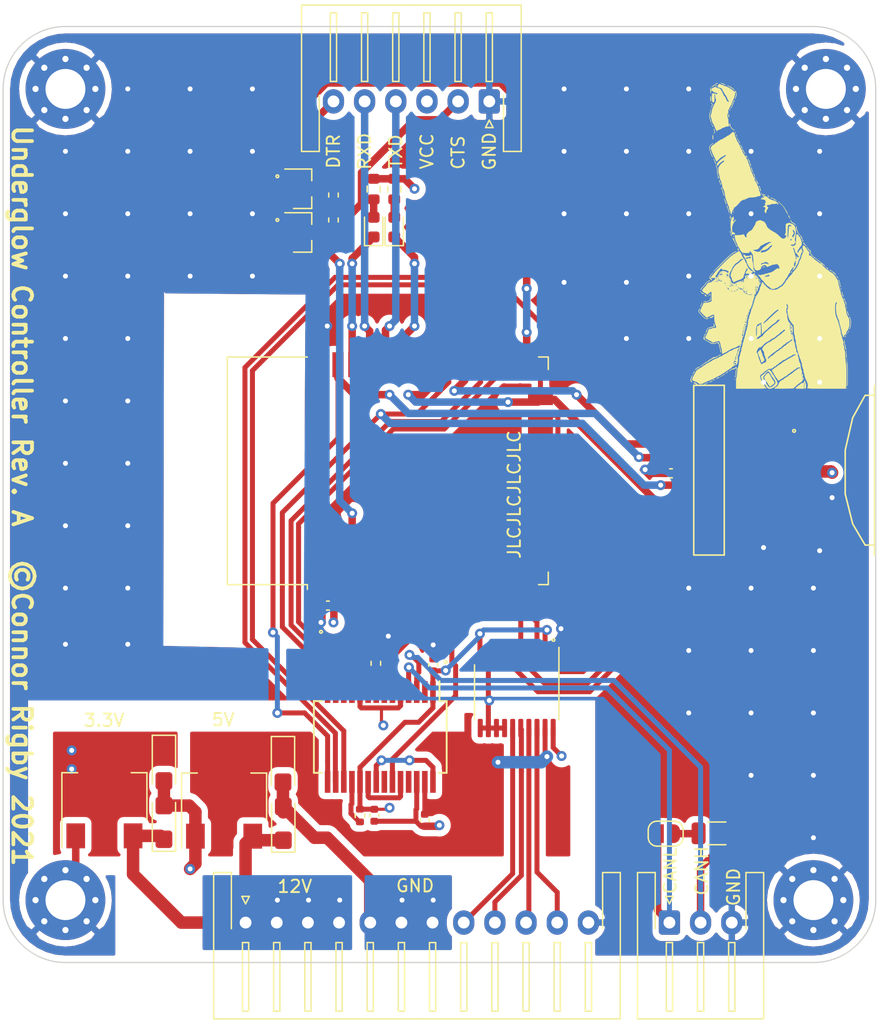
<source format=kicad_pcb>
(kicad_pcb (version 20171130) (host pcbnew 5.1.10)
  (layers (0 F.Cu signal) (1 In1.Cu power hide) (2 In2.Cu power hide) (31 B.Cu signal) (34 B.Paste user) (35 F.Paste user) (36 B.SilkS user) (37 F.SilkS user) (38 B.Mask user) (39 F.Mask user) (44 Edge.Cuts user))
  (net 0 "")
  (net 1 GND)
  (net 2 +12V)
  (net 3 +3V3)
  (net 4 +5V)
  (net 5 "Net-(D1-Pad2)")
  (net 6 /STATUS0)
  (net 7 /STATUS1)
  (net 8 "Net-(D2-Pad2)")
  (net 9 /SD_D3)
  (net 10 /SD_CMD)
  (net 11 /SD_CLK)
  (net 12 /SD_D0)
  (net 13 /FTDI_TX)
  (net 14 /FTDI_RX)
  (net 15 /FTDI_DTR)
  (net 16 /LED0_OUT)
  (net 17 /LED1_OUT)
  (net 18 /LED2_OUT)
  (net 19 /LED3_OUT)
  (net 20 /CANH)
  (net 21 /CANL)
  (net 22 "Net-(JP1-Pad2)")
  (net 23 "Net-(Q1-Pad1)")
  (net 24 "Net-(Q2-Pad1)")
  (net 25 "Net-(R5-Pad1)")
  (net 26 "Net-(R6-Pad1)")
  (net 27 /LED0)
  (net 28 /LED1)
  (net 29 /LED2)
  (net 30 /LED3)
  (net 31 /XTAL_OUT)
  (net 32 /CAN_TX0_RTS)
  (net 33 /CAN_TX2_RTS)
  (net 34 /CAN_TX1_RTS)
  (net 35 /CAN_RX1_BF)
  (net 36 /SPI_CS)
  (net 37 /CAN_RX0_BF)
  (net 38 /CAN_INT)
  (net 39 "Net-(U5-Pad20)")
  (net 40 "Net-(U5-Pad21)")
  (net 41 /RESET)
  (net 42 /GPIO0)
  (net 43 /FTDI_CTS)
  (module Icons:freddy (layer F.Cu) (at 80.5 36.5)
    (fp_text reference G*** hide)
    (fp_text value LOGO hide)
  )
  (module MountingHole:MountingHole_3.2mm_M3_Pad_Via (layer F.Cu) (at 85 90)
    (fp_text reference H4)
    (fp_text value MountingHole_Pad)
    (pad 1 thru_hole circle (at 1.697056 -1.697056) (size 0.8 0.8) (drill 0.5) (layers *.Cu *.Mask) (net 1 GND))
    (pad 1 thru_hole circle (at 0 -2.4) (size 0.8 0.8) (drill 0.5) (layers *.Cu *.Mask) (net 1 GND))
    (pad 1 thru_hole circle (at -1.697056 -1.697056) (size 0.8 0.8) (drill 0.5) (layers *.Cu *.Mask) (net 1 GND))
    (pad 1 thru_hole circle (at -2.4 0) (size 0.8 0.8) (drill 0.5) (layers *.Cu *.Mask) (net 1 GND))
    (pad 1 thru_hole circle (at -1.697056 1.697056) (size 0.8 0.8) (drill 0.5) (layers *.Cu *.Mask) (net 1 GND))
    (pad 1 thru_hole circle (at 0 2.4) (size 0.8 0.8) (drill 0.5) (layers *.Cu *.Mask) (net 1 GND))
    (pad 1 thru_hole circle (at 1.697056 1.697056) (size 0.8 0.8) (drill 0.5) (layers *.Cu *.Mask) (net 1 GND))
    (pad 1 thru_hole circle (at 2.4 0) (size 0.8 0.8) (drill 0.5) (layers *.Cu *.Mask) (net 1 GND))
    (pad 1 thru_hole circle (at 0 0) (size 6.4 6.4) (drill 3.2) (layers *.Cu *.Mask) (net 1 GND))
  )
  (module MountingHole:MountingHole_3.2mm_M3_Pad_Via (layer F.Cu) (at 25 90)
    (fp_text reference H3)
    (fp_text value MountingHole_Pad)
    (pad 1 thru_hole circle (at 1.697056 -1.697056) (size 0.8 0.8) (drill 0.5) (layers *.Cu *.Mask) (net 1 GND))
    (pad 1 thru_hole circle (at 0 -2.4) (size 0.8 0.8) (drill 0.5) (layers *.Cu *.Mask) (net 1 GND))
    (pad 1 thru_hole circle (at -1.697056 -1.697056) (size 0.8 0.8) (drill 0.5) (layers *.Cu *.Mask) (net 1 GND))
    (pad 1 thru_hole circle (at -2.4 0) (size 0.8 0.8) (drill 0.5) (layers *.Cu *.Mask) (net 1 GND))
    (pad 1 thru_hole circle (at -1.697056 1.697056) (size 0.8 0.8) (drill 0.5) (layers *.Cu *.Mask) (net 1 GND))
    (pad 1 thru_hole circle (at 0 2.4) (size 0.8 0.8) (drill 0.5) (layers *.Cu *.Mask) (net 1 GND))
    (pad 1 thru_hole circle (at 1.697056 1.697056) (size 0.8 0.8) (drill 0.5) (layers *.Cu *.Mask) (net 1 GND))
    (pad 1 thru_hole circle (at 2.4 0) (size 0.8 0.8) (drill 0.5) (layers *.Cu *.Mask) (net 1 GND))
    (pad 1 thru_hole circle (at 0 0) (size 6.4 6.4) (drill 3.2) (layers *.Cu *.Mask) (net 1 GND))
  )
  (module MountingHole:MountingHole_3.2mm_M3_Pad_Via (layer F.Cu) (at 86 25)
    (fp_text reference H2)
    (fp_text value MountingHole_Pad)
    (pad 1 thru_hole circle (at 1.697056 -1.697056) (size 0.8 0.8) (drill 0.5) (layers *.Cu *.Mask) (net 1 GND))
    (pad 1 thru_hole circle (at 0 -2.4) (size 0.8 0.8) (drill 0.5) (layers *.Cu *.Mask) (net 1 GND))
    (pad 1 thru_hole circle (at -1.697056 -1.697056) (size 0.8 0.8) (drill 0.5) (layers *.Cu *.Mask) (net 1 GND))
    (pad 1 thru_hole circle (at -2.4 0) (size 0.8 0.8) (drill 0.5) (layers *.Cu *.Mask) (net 1 GND))
    (pad 1 thru_hole circle (at -1.697056 1.697056) (size 0.8 0.8) (drill 0.5) (layers *.Cu *.Mask) (net 1 GND))
    (pad 1 thru_hole circle (at 0 2.4) (size 0.8 0.8) (drill 0.5) (layers *.Cu *.Mask) (net 1 GND))
    (pad 1 thru_hole circle (at 1.697056 1.697056) (size 0.8 0.8) (drill 0.5) (layers *.Cu *.Mask) (net 1 GND))
    (pad 1 thru_hole circle (at 2.4 0) (size 0.8 0.8) (drill 0.5) (layers *.Cu *.Mask) (net 1 GND))
    (pad 1 thru_hole circle (at 0 0) (size 6.4 6.4) (drill 3.2) (layers *.Cu *.Mask) (net 1 GND))
  )
  (module MountingHole:MountingHole_3.2mm_M3_Pad_Via (layer F.Cu) (at 25 25)
    (fp_text reference H1)
    (fp_text value MountingHole_Pad)
    (pad 1 thru_hole circle (at 1.697056 -1.697056) (size 0.8 0.8) (drill 0.5) (layers *.Cu *.Mask) (net 1 GND))
    (pad 1 thru_hole circle (at 0 -2.4) (size 0.8 0.8) (drill 0.5) (layers *.Cu *.Mask) (net 1 GND))
    (pad 1 thru_hole circle (at -1.697056 -1.697056) (size 0.8 0.8) (drill 0.5) (layers *.Cu *.Mask) (net 1 GND))
    (pad 1 thru_hole circle (at -2.4 0) (size 0.8 0.8) (drill 0.5) (layers *.Cu *.Mask) (net 1 GND))
    (pad 1 thru_hole circle (at -1.697056 1.697056) (size 0.8 0.8) (drill 0.5) (layers *.Cu *.Mask) (net 1 GND))
    (pad 1 thru_hole circle (at 0 2.4) (size 0.8 0.8) (drill 0.5) (layers *.Cu *.Mask) (net 1 GND))
    (pad 1 thru_hole circle (at 1.697056 1.697056) (size 0.8 0.8) (drill 0.5) (layers *.Cu *.Mask) (net 1 GND))
    (pad 1 thru_hole circle (at 2.4 0) (size 0.8 0.8) (drill 0.5) (layers *.Cu *.Mask) (net 1 GND))
    (pad 1 thru_hole circle (at 0 0) (size 6.4 6.4) (drill 3.2) (layers *.Cu *.Mask) (net 1 GND))
  )
  (module Capacitor_Tantalum_SMD:CP_EIA-3216-18_Kemet-A (layer F.Cu) (at 42.475001 83.85 90)
    (fp_text reference C1)
    (fp_text value 10u)
    (pad 2 smd roundrect (at 1.35 0 90) (size 1.4 1.35) (layers F.Cu F.Paste F.Mask) (roundrect_rratio 0.1851844444444445) (net 1 GND))
    (pad 1 smd roundrect (at -1.35 0 90) (size 1.4 1.35) (layers F.Cu F.Paste F.Mask) (roundrect_rratio 0.1851844444444445) (net 2 +12V))
  )
  (module Capacitor_Tantalum_SMD:CP_EIA-3216-18_Kemet-A (layer F.Cu) (at 32.9 79.1 270)
    (fp_text reference C2)
    (fp_text value 10u)
    (pad 1 smd roundrect (at -1.35 0 270) (size 1.4 1.35) (layers F.Cu F.Paste F.Mask) (roundrect_rratio 0.1851844444444445) (net 3 +3V3))
    (pad 2 smd roundrect (at 1.35 0 270) (size 1.4 1.35) (layers F.Cu F.Paste F.Mask) (roundrect_rratio 0.1851844444444445) (net 1 GND))
  )
  (module Capacitor_Tantalum_SMD:CP_EIA-3216-18_Kemet-A (layer F.Cu) (at 32.900001 83.775 90)
    (fp_text reference C3)
    (fp_text value 10u)
    (pad 1 smd roundrect (at -1.35 0 90) (size 1.4 1.35) (layers F.Cu F.Paste F.Mask) (roundrect_rratio 0.1851844444444445) (net 2 +12V))
    (pad 2 smd roundrect (at 1.35 0 90) (size 1.4 1.35) (layers F.Cu F.Paste F.Mask) (roundrect_rratio 0.1851844444444445) (net 1 GND))
  )
  (module Capacitor_Tantalum_SMD:CP_EIA-3216-18_Kemet-A (layer F.Cu) (at 42.45 79.2 270)
    (fp_text reference C4)
    (fp_text value 10u)
    (pad 2 smd roundrect (at 1.35 0 270) (size 1.4 1.35) (layers F.Cu F.Paste F.Mask) (roundrect_rratio 0.1851844444444445) (net 1 GND))
    (pad 1 smd roundrect (at -1.35 0 270) (size 1.4 1.35) (layers F.Cu F.Paste F.Mask) (roundrect_rratio 0.1851844444444445) (net 4 +5V))
  )
  (module Capacitor_SMD:C_0402_1005Metric (layer F.Cu) (at 73.574999 55.8)
    (fp_text reference C5)
    (fp_text value 100n)
    (pad 1 smd roundrect (at -0.48 0) (size 0.56 0.62) (layers F.Cu F.Paste F.Mask) (net 1 GND))
    (pad 2 smd roundrect (at 0.48 0) (size 0.56 0.62) (layers F.Cu F.Paste F.Mask) (net 3 +3V3))
  )
  (module Capacitor_SMD:C_0402_1005Metric (layer F.Cu) (at 46.055 66.4)
    (fp_text reference C6)
    (fp_text value 100n)
    (pad 2 smd roundrect (at 0.48 0) (size 0.56 0.62) (layers F.Cu F.Paste F.Mask) (net 3 +3V3))
    (pad 1 smd roundrect (at -0.48 0) (size 0.56 0.62) (layers F.Cu F.Paste F.Mask) (net 1 GND))
  )
  (module Capacitor_SMD:C_0402_1005Metric (layer F.Cu) (at 54.5 71.15 270)
    (fp_text reference C7)
    (fp_text value 100n)
    (pad 2 smd roundrect (at 0.48 0 270) (size 0.56 0.62) (layers F.Cu F.Paste F.Mask) (net 3 +3V3))
    (pad 1 smd roundrect (at -0.48 0 270) (size 0.56 0.62) (layers F.Cu F.Paste F.Mask) (net 1 GND))
  )
  (module Capacitor_SMD:C_0402_1005Metric (layer F.Cu) (at 49.775 83.2 90)
    (fp_text reference C8)
    (fp_text value 100n)
    (pad 1 smd roundrect (at -0.48 0 90) (size 0.56 0.62) (layers F.Cu F.Paste F.Mask) (net 1 GND))
    (pad 2 smd roundrect (at 0.48 0 90) (size 0.56 0.62) (layers F.Cu F.Paste F.Mask) (net 3 +3V3))
  )
  (module Capacitor_SMD:C_0402_1005Metric (layer F.Cu) (at 53.825 83.6 90)
    (fp_text reference C9)
    (fp_text value 100n)
    (pad 2 smd roundrect (at 0.48 0 90) (size 0.56 0.62) (layers F.Cu F.Paste F.Mask) (net 4 +5V))
    (pad 1 smd roundrect (at -0.48 0 90) (size 0.56 0.62) (layers F.Cu F.Paste F.Mask) (net 1 GND))
  )
  (module LED_SMD:LED_0603_1608Metric (layer F.Cu) (at 51.375 36.075 90)
    (fp_text reference D1)
    (fp_text value LED_Small)
    (pad 2 smd roundrect (at 0.7875 0 90) (size 0.875 0.95) (layers F.Cu F.Paste F.Mask) (net 5 "Net-(D1-Pad2)"))
    (pad 1 smd roundrect (at -0.7875 0 90) (size 0.875 0.95) (layers F.Cu F.Paste F.Mask) (net 6 /STATUS0))
  )
  (module LED_SMD:LED_0603_1608Metric (layer F.Cu) (at 49.724999 36.075 90)
    (fp_text reference D2)
    (fp_text value LED_Small)
    (pad 1 smd roundrect (at -0.7875 0 90) (size 0.875 0.95) (layers F.Cu F.Paste F.Mask) (net 7 /STATUS1))
    (pad 2 smd roundrect (at 0.7875 0 90) (size 0.875 0.95) (layers F.Cu F.Paste F.Mask) (net 8 "Net-(D2-Pad2)"))
  )
  (module Connector_SDCard:MOLEX_47219-2001 (layer F.Cu) (at 82.65 55.55 90)
    (fp_text reference J1)
    (fp_text value Micro_SD_Card)
    (pad 1 smd rect (at 3.2 2.1 90) (size 0.8 1.5) (layers F.Cu F.Paste F.Mask))
    (pad 2 smd rect (at 2.1 2.1 90) (size 0.8 1.5) (layers F.Cu F.Paste F.Mask) (net 9 /SD_D3))
    (pad 3 smd rect (at 1 2.1 90) (size 0.8 1.5) (layers F.Cu F.Paste F.Mask) (net 10 /SD_CMD))
    (pad 4 smd rect (at -0.1 2.1 90) (size 0.8 1.5) (layers F.Cu F.Paste F.Mask) (net 3 +3V3))
    (pad 5 smd rect (at -1.2 2.1 90) (size 0.8 1.5) (layers F.Cu F.Paste F.Mask) (net 11 /SD_CLK))
    (pad 6 smd rect (at -2.3 2.1 90) (size 0.8 1.5) (layers F.Cu F.Paste F.Mask) (net 1 GND))
    (pad 7 smd rect (at -3.4 2.1 90) (size 0.8 1.5) (layers F.Cu F.Paste F.Mask) (net 12 /SD_D0))
    (pad 8 smd rect (at -4.5 2.1 90) (size 0.8 1.5) (layers F.Cu F.Paste F.Mask))
    (pad G1 smd rect (at 6.875 4.7 90) (size 1.5 2.05) (layers F.Cu F.Paste F.Mask) (net 1 GND))
    (pad G2 smd rect (at 6.875 -3.6 90) (size 1.5 2.05) (layers F.Cu F.Paste F.Mask) (net 1 GND))
    (pad G3 smd rect (at -6.875 -3.6 90) (size 1.5 2.05) (layers F.Cu F.Paste F.Mask) (net 1 GND))
    (pad G4 smd rect (at -6.875 4.7 90) (size 1.5 2.05) (layers F.Cu F.Paste F.Mask) (net 1 GND))
  )
  (module Connector_JST:JST_XH_S6B-XH-A-1_1x06_P2.50mm_Horizontal (layer F.Cu) (at 59 26 180)
    (fp_text reference J2)
    (fp_text value FTDI)
    (pad 1 thru_hole roundrect (at 0 0 180) (size 1.7 1.95) (drill 0.95) (layers *.Cu *.Mask) (roundrect_rratio 0.1470588235294118) (net 1 GND))
    (pad 2 thru_hole oval (at 2.5 0 180) (size 1.7 1.95) (drill 0.95) (layers *.Cu *.Mask) (net 43 /FTDI_CTS))
    (pad 3 thru_hole oval (at 5 0 180) (size 1.7 1.95) (drill 0.95) (layers *.Cu *.Mask))
    (pad 4 thru_hole oval (at 7.5 0 180) (size 1.7 1.95) (drill 0.95) (layers *.Cu *.Mask) (net 13 /FTDI_TX))
    (pad 5 thru_hole oval (at 10 0 180) (size 1.7 1.95) (drill 0.95) (layers *.Cu *.Mask) (net 14 /FTDI_RX))
    (pad 6 thru_hole oval (at 12.5 0 180) (size 1.7 1.95) (drill 0.95) (layers *.Cu *.Mask) (net 15 /FTDI_DTR))
  )
  (module Connector_JST:JST_XH_S12B-XH-A-1_1x12_P2.50mm_Horizontal (layer F.Cu) (at 39.45 91.8)
    (fp_text reference J3)
    (fp_text value LEDS)
    (pad 1 thru_hole roundrect (at 0 0) (size 1.7 1.95) (drill 0.95) (layers *.Cu *.Mask) (roundrect_rratio 0.1470588235294118) (net 2 +12V))
    (pad 2 thru_hole oval (at 2.5 0) (size 1.7 1.95) (drill 0.95) (layers *.Cu *.Mask) (net 2 +12V))
    (pad 3 thru_hole oval (at 5 0) (size 1.7 1.95) (drill 0.95) (layers *.Cu *.Mask) (net 2 +12V))
    (pad 4 thru_hole oval (at 7.5 0) (size 1.7 1.95) (drill 0.95) (layers *.Cu *.Mask) (net 2 +12V))
    (pad 5 thru_hole oval (at 10 0) (size 1.7 1.95) (drill 0.95) (layers *.Cu *.Mask) (net 1 GND))
    (pad 6 thru_hole oval (at 12.5 0) (size 1.7 1.95) (drill 0.95) (layers *.Cu *.Mask) (net 1 GND))
    (pad 7 thru_hole oval (at 15 0) (size 1.7 1.95) (drill 0.95) (layers *.Cu *.Mask) (net 1 GND))
    (pad 8 thru_hole oval (at 17.5 0) (size 1.7 1.95) (drill 0.95) (layers *.Cu *.Mask) (net 19 /LED3_OUT))
    (pad 9 thru_hole oval (at 20 0) (size 1.7 1.95) (drill 0.95) (layers *.Cu *.Mask) (net 18 /LED2_OUT))
    (pad 10 thru_hole oval (at 22.5 0) (size 1.7 1.95) (drill 0.95) (layers *.Cu *.Mask) (net 16 /LED0_OUT))
    (pad 11 thru_hole oval (at 25 0) (size 1.7 1.95) (drill 0.95) (layers *.Cu *.Mask) (net 17 /LED1_OUT))
    (pad 12 thru_hole oval (at 27.5 0) (size 1.7 1.95) (drill 0.95) (layers *.Cu *.Mask) (net 1 GND))
  )
  (module Connector_JST:JST_XH_S3B-XH-A-1_1x03_P2.50mm_Horizontal (layer F.Cu) (at 73.45 91.8)
    (fp_text reference J4)
    (fp_text value CAN)
    (pad 1 thru_hole roundrect (at 0 0) (size 1.7 1.95) (drill 0.95) (layers *.Cu *.Mask) (roundrect_rratio 0.1470588235294118) (net 20 /CANH))
    (pad 2 thru_hole oval (at 2.5 0) (size 1.7 1.95) (drill 0.95) (layers *.Cu *.Mask) (net 21 /CANL))
    (pad 3 thru_hole oval (at 5 0) (size 1.7 1.95) (drill 0.95) (layers *.Cu *.Mask) (net 1 GND))
  )
  (module Jumper:SolderJumper-2_P1.3mm_Open_RoundedPad1.0x1.5mm (layer F.Cu) (at 73.15 84.675)
    (fp_text reference JP1)
    (fp_text value Jumper_NO_Small)
    (pad 1 smd custom (at -0.65 0) (size 1 0.5) (layers F.Cu F.Mask) (net 20 /CANH) (options (clearance outline) (anchor rect)) (primitives (gr_circle (center 0 0.25) (end 0.5 0.25) (width 0)) (gr_circle (center 0 -0.25) (end 0.5 -0.25) (width 0)) (gr_poly (pts (xy 0 -0.75) (xy 0.5 -0.75) (xy 0.5 0.75) (xy 0 0.75)) (width 0))))
    (pad 2 smd custom (at 0.65 0) (size 1 0.5) (layers F.Cu F.Mask) (net 22 "Net-(JP1-Pad2)") (options (clearance outline) (anchor rect)) (primitives (gr_circle (center 0 0.25) (end 0.5 0.25) (width 0)) (gr_circle (center 0 -0.25) (end 0.5 -0.25) (width 0)) (gr_poly (pts (xy 0 -0.75) (xy -0.5 -0.75) (xy -0.5 0.75) (xy 0 0.75)) (width 0))))
  )
  (module Package_TO_SOT_SMD:SOT-23 (layer F.Cu) (at 44 36.5)
    (fp_text reference Q1)
    (fp_text value SS8050)
    (pad 3 smd rect (at 1 0) (size 0.9 0.8) (layers F.Cu F.Paste F.Mask) (net 43 /FTDI_CTS))
    (pad 2 smd rect (at -1 0.95) (size 0.9 0.8) (layers F.Cu F.Paste F.Mask) (net 41 /RESET))
    (pad 1 smd rect (at -1 -0.95) (size 0.9 0.8) (layers F.Cu F.Paste F.Mask) (net 23 "Net-(Q1-Pad1)"))
  )
  (module Package_TO_SOT_SMD:SOT-23 (layer F.Cu) (at 44 33)
    (fp_text reference Q2)
    (fp_text value SS8050)
    (pad 1 smd rect (at -1 -0.95) (size 0.9 0.8) (layers F.Cu F.Paste F.Mask) (net 24 "Net-(Q2-Pad1)"))
    (pad 2 smd rect (at -1 0.95) (size 0.9 0.8) (layers F.Cu F.Paste F.Mask) (net 42 /GPIO0))
    (pad 3 smd rect (at 1 0) (size 0.9 0.8) (layers F.Cu F.Paste F.Mask) (net 15 /FTDI_DTR))
  )
  (module Resistor_SMD:R_0402_1005Metric (layer F.Cu) (at 46.5 33.5 90)
    (fp_text reference R1)
    (fp_text value 10k)
    (pad 1 smd roundrect (at -0.51 0 90) (size 0.54 0.64) (layers F.Cu F.Paste F.Mask) (net 23 "Net-(Q1-Pad1)"))
    (pad 2 smd roundrect (at 0.51 0 90) (size 0.54 0.64) (layers F.Cu F.Paste F.Mask) (net 15 /FTDI_DTR))
  )
  (module Resistor_SMD:R_0402_1005Metric (layer F.Cu) (at 46.5 35.5 270)
    (fp_text reference R2)
    (fp_text value 10k)
    (pad 2 smd roundrect (at 0.51 0 270) (size 0.54 0.64) (layers F.Cu F.Paste F.Mask) (net 43 /FTDI_CTS))
    (pad 1 smd roundrect (at -0.51 0 270) (size 0.54 0.64) (layers F.Cu F.Paste F.Mask) (net 24 "Net-(Q2-Pad1)"))
  )
  (module Resistor_SMD:R_0603_1608Metric (layer F.Cu) (at 51.375 33.025 270)
    (fp_text reference R3)
    (fp_text value R_Small)
    (pad 2 smd roundrect (at 0.825 0 270) (size 0.8 0.95) (layers F.Cu F.Paste F.Mask) (net 5 "Net-(D1-Pad2)"))
    (pad 1 smd roundrect (at -0.825 0 270) (size 0.8 0.95) (layers F.Cu F.Paste F.Mask) (net 3 +3V3))
  )
  (module Resistor_SMD:R_0603_1608Metric (layer F.Cu) (at 49.725 33.025 270)
    (fp_text reference R4)
    (fp_text value R_Small)
    (pad 1 smd roundrect (at -0.825 0 270) (size 0.8 0.95) (layers F.Cu F.Paste F.Mask) (net 3 +3V3))
    (pad 2 smd roundrect (at 0.825 0 270) (size 0.8 0.95) (layers F.Cu F.Paste F.Mask) (net 8 "Net-(D2-Pad2)"))
  )
  (module Resistor_SMD:R_0402_1005Metric (layer F.Cu) (at 48.625 83.225 90)
    (fp_text reference R5)
    (fp_text value 10k)
    (pad 2 smd roundrect (at 0.51 0 90) (size 0.54 0.64) (layers F.Cu F.Paste F.Mask) (net 3 +3V3))
    (pad 1 smd roundrect (at -0.51 0 90) (size 0.54 0.64) (layers F.Cu F.Paste F.Mask) (net 25 "Net-(R5-Pad1)"))
  )
  (module Resistor_SMD:R_0402_1005Metric (layer F.Cu) (at 49.9 71.025 90)
    (fp_text reference R6)
    (fp_text value 10k)
    (pad 2 smd roundrect (at 0.51 0 90) (size 0.54 0.64) (layers F.Cu F.Paste F.Mask) (net 1 GND))
    (pad 1 smd roundrect (at -0.51 0 90) (size 0.54 0.64) (layers F.Cu F.Paste F.Mask) (net 26 "Net-(R6-Pad1)"))
  )
  (module Package_TO_SOT_SMD:SOT-223-3_TabPin2 (layer F.Cu) (at 28.125 81.700001 90)
    (fp_text reference U1)
    (fp_text value AMS1117-3.3)
    (pad 1 smd rect (at -3.15 -2.3 90) (size 2 1.5) (layers F.Cu F.Paste F.Mask) (net 1 GND))
    (pad 3 smd rect (at -3.15 2.3 90) (size 2 1.5) (layers F.Cu F.Paste F.Mask) (net 2 +12V))
    (pad 2 smd rect (at -3.15 0 90) (size 2 1.5) (layers F.Cu F.Paste F.Mask) (net 3 +3V3))
    (pad 2 smd rect (at 3.15 0 90) (size 2 3.8) (layers F.Cu F.Paste F.Mask) (net 3 +3V3))
  )
  (module Package_SO:TSSOP-20_4.4x6.5mm_P0.65mm (layer F.Cu) (at 61.2 73.35 270)
    (fp_text reference U2)
    (fp_text value TXS0108EPW)
    (pad 1 smd roundrect (at -2.8625 -2.925 270) (size 1.475 0.4) (layers F.Cu F.Paste F.Mask) (net 1 GND))
    (pad 2 smd roundrect (at -2.8625 -2.275 270) (size 1.475 0.4) (layers F.Cu F.Paste F.Mask) (net 3 +3V3))
    (pad 3 smd roundrect (at -2.8625 -1.625 270) (size 1.475 0.4) (layers F.Cu F.Paste F.Mask) (net 28 /LED1))
    (pad 4 smd roundrect (at -2.8625 -0.975 270) (size 1.475 0.4) (layers F.Cu F.Paste F.Mask) (net 27 /LED0))
    (pad 5 smd roundrect (at -2.8625 -0.325 270) (size 1.475 0.4) (layers F.Cu F.Paste F.Mask) (net 29 /LED2))
    (pad 6 smd roundrect (at -2.8625 0.325 270) (size 1.475 0.4) (layers F.Cu F.Paste F.Mask) (net 30 /LED3))
    (pad 7 smd roundrect (at -2.8625 0.975 270) (size 1.475 0.4) (layers F.Cu F.Paste F.Mask) (net 1 GND))
    (pad 8 smd roundrect (at -2.8625 1.625 270) (size 1.475 0.4) (layers F.Cu F.Paste F.Mask) (net 1 GND))
    (pad 9 smd roundrect (at -2.8625 2.275 270) (size 1.475 0.4) (layers F.Cu F.Paste F.Mask) (net 1 GND))
    (pad 10 smd roundrect (at -2.8625 2.925 270) (size 1.475 0.4) (layers F.Cu F.Paste F.Mask) (net 3 +3V3))
    (pad 11 smd roundrect (at 2.8625 2.925 270) (size 1.475 0.4) (layers F.Cu F.Paste F.Mask) (net 1 GND))
    (pad 12 smd roundrect (at 2.8625 2.275 270) (size 1.475 0.4) (layers F.Cu F.Paste F.Mask) (net 1 GND))
    (pad 13 smd roundrect (at 2.8625 1.625 270) (size 1.475 0.4) (layers F.Cu F.Paste F.Mask) (net 1 GND))
    (pad 14 smd roundrect (at 2.8625 0.975 270) (size 1.475 0.4) (layers F.Cu F.Paste F.Mask) (net 1 GND))
    (pad 15 smd roundrect (at 2.8625 0.325 270) (size 1.475 0.4) (layers F.Cu F.Paste F.Mask) (net 19 /LED3_OUT))
    (pad 16 smd roundrect (at 2.8625 -0.325 270) (size 1.475 0.4) (layers F.Cu F.Paste F.Mask) (net 18 /LED2_OUT))
    (pad 17 smd roundrect (at 2.8625 -0.975 270) (size 1.475 0.4) (layers F.Cu F.Paste F.Mask) (net 16 /LED0_OUT))
    (pad 18 smd roundrect (at 2.8625 -1.625 270) (size 1.475 0.4) (layers F.Cu F.Paste F.Mask) (net 17 /LED1_OUT))
    (pad 19 smd roundrect (at 2.8625 -2.275 270) (size 1.475 0.4) (layers F.Cu F.Paste F.Mask) (net 4 +5V))
    (pad 20 smd roundrect (at 2.8625 -2.925 270) (size 1.475 0.4) (layers F.Cu F.Paste F.Mask) (net 1 GND))
  )
  (module Package_TO_SOT_SMD:SOT-223-3_TabPin2 (layer F.Cu) (at 37.725 81.725 90)
    (fp_text reference U3)
    (fp_text value AMS1117-5.0)
    (pad 2 smd rect (at 3.15 0 90) (size 2 3.8) (layers F.Cu F.Paste F.Mask) (net 4 +5V))
    (pad 2 smd rect (at -3.15 0 90) (size 2 1.5) (layers F.Cu F.Paste F.Mask) (net 4 +5V))
    (pad 3 smd rect (at -3.15 2.3 90) (size 2 1.5) (layers F.Cu F.Paste F.Mask) (net 2 +12V))
    (pad 1 smd rect (at -3.15 -2.3 90) (size 2 1.5) (layers F.Cu F.Paste F.Mask) (net 1 GND))
  )
  (module RF_Module:ESP32-WROOM-32 (layer F.Cu) (at 53.85 55.6 90)
    (fp_text reference U4)
    (fp_text value ESP32-WROOM-32D)
    (pad 39 smd rect (at -1 -0.755 90) (size 5 5) (layers F.Cu F.Paste F.Mask) (net 1 GND))
    (pad 1 smd rect (at -8.5 -8.255 90) (size 2 0.9) (layers F.Cu F.Paste F.Mask) (net 1 GND))
    (pad 2 smd rect (at -8.5 -6.985 90) (size 2 0.9) (layers F.Cu F.Paste F.Mask) (net 3 +3V3))
    (pad 3 smd rect (at -8.5 -5.715 90) (size 2 0.9) (layers F.Cu F.Paste F.Mask) (net 41 /RESET))
    (pad 4 smd rect (at -8.5 -4.445 90) (size 2 0.9) (layers F.Cu F.Paste F.Mask))
    (pad 5 smd rect (at -8.5 -3.175 90) (size 2 0.9) (layers F.Cu F.Paste F.Mask))
    (pad 6 smd rect (at -8.5 -1.905 90) (size 2 0.9) (layers F.Cu F.Paste F.Mask))
    (pad 7 smd rect (at -8.5 -0.635 90) (size 2 0.9) (layers F.Cu F.Paste F.Mask))
    (pad 8 smd rect (at -8.5 0.635 90) (size 2 0.9) (layers F.Cu F.Paste F.Mask) (net 35 /CAN_RX1_BF))
    (pad 9 smd rect (at -8.5 1.905 90) (size 2 0.9) (layers F.Cu F.Paste F.Mask) (net 31 /XTAL_OUT))
    (pad 10 smd rect (at -8.5 3.175 90) (size 2 0.9) (layers F.Cu F.Paste F.Mask) (net 33 /CAN_TX2_RTS))
    (pad 11 smd rect (at -8.5 4.445 90) (size 2 0.9) (layers F.Cu F.Paste F.Mask) (net 34 /CAN_TX1_RTS))
    (pad 12 smd rect (at -8.5 5.715 90) (size 2 0.9) (layers F.Cu F.Paste F.Mask) (net 32 /CAN_TX0_RTS))
    (pad 13 smd rect (at -8.5 6.985 90) (size 2 0.9) (layers F.Cu F.Paste F.Mask) (net 29 /LED2))
    (pad 14 smd rect (at -8.5 8.255 90) (size 2 0.9) (layers F.Cu F.Paste F.Mask) (net 28 /LED1))
    (pad 15 smd rect (at -5.715 9.255 180) (size 2 0.9) (layers F.Cu F.Paste F.Mask) (net 1 GND))
    (pad 16 smd rect (at -4.445 9.255 180) (size 2 0.9) (layers F.Cu F.Paste F.Mask) (net 27 /LED0))
    (pad 17 smd rect (at -3.175 9.255 180) (size 2 0.9) (layers F.Cu F.Paste F.Mask))
    (pad 18 smd rect (at -1.905 9.255 180) (size 2 0.9) (layers F.Cu F.Paste F.Mask))
    (pad 19 smd rect (at -0.635 9.255 180) (size 2 0.9) (layers F.Cu F.Paste F.Mask))
    (pad 20 smd rect (at 0.635 9.255 180) (size 2 0.9) (layers F.Cu F.Paste F.Mask))
    (pad 21 smd rect (at 1.905 9.255 180) (size 2 0.9) (layers F.Cu F.Paste F.Mask))
    (pad 22 smd rect (at 3.175 9.255 180) (size 2 0.9) (layers F.Cu F.Paste F.Mask))
    (pad 23 smd rect (at 4.445 9.255 180) (size 2 0.9) (layers F.Cu F.Paste F.Mask) (net 30 /LED3))
    (pad 24 smd rect (at 5.715 9.255 180) (size 2 0.9) (layers F.Cu F.Paste F.Mask) (net 12 /SD_D0))
    (pad 25 smd rect (at 8.5 8.255 90) (size 2 0.9) (layers F.Cu F.Paste F.Mask) (net 42 /GPIO0))
    (pad 26 smd rect (at 8.5 6.985 90) (size 2 0.9) (layers F.Cu F.Paste F.Mask) (net 36 /SPI_CS))
    (pad 27 smd rect (at 8.5 5.715 90) (size 2 0.9) (layers F.Cu F.Paste F.Mask) (net 37 /CAN_RX0_BF))
    (pad 28 smd rect (at 8.5 4.445 90) (size 2 0.9) (layers F.Cu F.Paste F.Mask) (net 38 /CAN_INT))
    (pad 29 smd rect (at 8.5 3.175 90) (size 2 0.9) (layers F.Cu F.Paste F.Mask) (net 9 /SD_D3))
    (pad 30 smd rect (at 8.5 1.905 90) (size 2 0.9) (layers F.Cu F.Paste F.Mask) (net 11 /SD_CLK))
    (pad 31 smd rect (at 8.5 0.635 90) (size 2 0.9) (layers F.Cu F.Paste F.Mask) (net 12 /SD_D0))
    (pad 32 smd rect (at 8.5 -0.635 90) (size 2 0.9) (layers F.Cu F.Paste F.Mask))
    (pad 33 smd rect (at 8.5 -1.905 90) (size 2 0.9) (layers F.Cu F.Paste F.Mask) (net 6 /STATUS0))
    (pad 34 smd rect (at 8.5 -3.175 90) (size 2 0.9) (layers F.Cu F.Paste F.Mask) (net 13 /FTDI_TX))
    (pad 35 smd rect (at 8.5 -4.445 90) (size 2 0.9) (layers F.Cu F.Paste F.Mask) (net 14 /FTDI_RX))
    (pad 36 smd rect (at 8.5 -5.715 90) (size 2 0.9) (layers F.Cu F.Paste F.Mask) (net 7 /STATUS1))
    (pad 37 smd rect (at 8.5 -6.985 90) (size 2 0.9) (layers F.Cu F.Paste F.Mask) (net 10 /SD_CMD))
    (pad 38 smd rect (at 8.5 -8.255 90) (size 2 0.9) (layers F.Cu F.Paste F.Mask) (net 1 GND))
  )
  (module Package_SO:SSOP-28_5.3x10.2mm_P0.65mm (layer F.Cu) (at 50.254998 76.925001 270)
    (fp_text reference U5)
    (fp_text value MCP25625-x-SS)
    (pad 28 smd rect (at 3.6 -4.225 270) (size 1.75 0.45) (layers F.Cu F.Paste F.Mask) (net 40 "Net-(U5-Pad21)"))
    (pad 27 smd rect (at 3.6 -3.575 270) (size 1.75 0.45) (layers F.Cu F.Paste F.Mask) (net 4 +5V))
    (pad 26 smd rect (at 3.6 -2.925 270) (size 1.75 0.45) (layers F.Cu F.Paste F.Mask) (net 1 GND))
    (pad 25 smd rect (at 3.6 -2.275 270) (size 1.75 0.45) (layers F.Cu F.Paste F.Mask))
    (pad 24 smd rect (at 3.6 -1.625 270) (size 1.75 0.45) (layers F.Cu F.Paste F.Mask) (net 39 "Net-(U5-Pad20)"))
    (pad 23 smd rect (at 3.6 -0.975 270) (size 1.75 0.45) (layers F.Cu F.Paste F.Mask) (net 32 /CAN_TX0_RTS))
    (pad 22 smd rect (at 3.6 -0.325 270) (size 1.75 0.45) (layers F.Cu F.Paste F.Mask))
    (pad 21 smd rect (at 3.6 0.325 270) (size 1.75 0.45) (layers F.Cu F.Paste F.Mask) (net 40 "Net-(U5-Pad21)"))
    (pad 20 smd rect (at 3.6 0.975 270) (size 1.75 0.45) (layers F.Cu F.Paste F.Mask) (net 39 "Net-(U5-Pad20)"))
    (pad 19 smd rect (at 3.6 1.625 270) (size 1.75 0.45) (layers F.Cu F.Paste F.Mask) (net 3 +3V3))
    (pad 18 smd rect (at 3.6 2.275 270) (size 1.75 0.45) (layers F.Cu F.Paste F.Mask) (net 25 "Net-(R5-Pad1)"))
    (pad 17 smd rect (at 3.6 2.925 270) (size 1.75 0.45) (layers F.Cu F.Paste F.Mask) (net 36 /SPI_CS))
    (pad 16 smd rect (at 3.6 3.575 270) (size 1.75 0.45) (layers F.Cu F.Paste F.Mask) (net 12 /SD_D0))
    (pad 15 smd rect (at 3.6 4.225 270) (size 1.75 0.45) (layers F.Cu F.Paste F.Mask) (net 10 /SD_CMD))
    (pad 14 smd rect (at -3.6 4.225 270) (size 1.75 0.45) (layers F.Cu F.Paste F.Mask) (net 11 /SD_CLK))
    (pad 13 smd rect (at -3.6 3.575 270) (size 1.75 0.45) (layers F.Cu F.Paste F.Mask) (net 38 /CAN_INT))
    (pad 12 smd rect (at -3.6 2.925 270) (size 1.75 0.45) (layers F.Cu F.Paste F.Mask) (net 37 /CAN_RX0_BF))
    (pad 11 smd rect (at -3.6 2.275 270) (size 1.75 0.45) (layers F.Cu F.Paste F.Mask) (net 35 /CAN_RX1_BF))
    (pad 10 smd rect (at -3.6 1.625 270) (size 1.75 0.45) (layers F.Cu F.Paste F.Mask) (net 1 GND))
    (pad 9 smd rect (at -3.6 0.975 270) (size 1.75 0.45) (layers F.Cu F.Paste F.Mask) (net 31 /XTAL_OUT))
    (pad 8 smd rect (at -3.6 0.325 270) (size 1.75 0.45) (layers F.Cu F.Paste F.Mask) (net 26 "Net-(R6-Pad1)"))
    (pad 7 smd rect (at -3.6 -0.325 270) (size 1.75 0.45) (layers F.Cu F.Paste F.Mask) (net 33 /CAN_TX2_RTS))
    (pad 6 smd rect (at -3.6 -0.975 270) (size 1.75 0.45) (layers F.Cu F.Paste F.Mask) (net 34 /CAN_TX1_RTS))
    (pad 5 smd rect (at -3.6 -1.625 270) (size 1.75 0.45) (layers F.Cu F.Paste F.Mask) (net 1 GND))
    (pad 4 smd rect (at -3.6 -2.275 270) (size 1.75 0.45) (layers F.Cu F.Paste F.Mask) (net 20 /CANH))
    (pad 3 smd rect (at -3.6 -2.925 270) (size 1.75 0.45) (layers F.Cu F.Paste F.Mask) (net 21 /CANL))
    (pad 2 smd rect (at -3.6 -3.575 270) (size 1.75 0.45) (layers F.Cu F.Paste F.Mask))
    (pad 1 smd rect (at -3.6 -4.225 270) (size 1.75 0.45) (layers F.Cu F.Paste F.Mask) (net 3 +3V3))
  )
  (module Resistor_SMD:R_1206_3216Metric (layer F.Cu) (at 77.25 84.65)
    (fp_text reference R7)
    (fp_text value 120)
    (pad 1 smd roundrect (at -1.4625 0) (size 1.125 1.75) (layers F.Cu F.Paste F.Mask) (roundrect_rratio 0.2222213333333333) (net 22 "Net-(JP1-Pad2)"))
    (pad 2 smd roundrect (at 1.4625 0) (size 1.125 1.75) (layers F.Cu F.Paste F.Mask) (roundrect_rratio 0.2222213333333333) (net 21 /CANL))
  )
  (gr_text JLCJLCJLCJLC (at 61 57.5 90) (layer F.SilkS) (effects (font (size 1 1))))
  (gr_text "©Connor Rigby 2021" (at 21.5 75 -90) (layer F.SilkS) (effects (font (size 1.5 1.5) (thickness 0.3))))
  (gr_text "Underglow Controller Rev. A" (at 21.5 44 270) (layer F.SilkS) (effects (font (size 1.5 1.5) (thickness 0.3))))
  (gr_text DTR (at 46.5 30 90) (layer F.SilkS) (effects (font (size 1 1))))
  (gr_text RXD (at 49 30 90) (layer F.SilkS) (effects (font (size 1 1))))
  (gr_text TXD (at 51.5 30 90) (layer F.SilkS) (effects (font (size 1 1))))
  (gr_text VCC (at 54 30 90) (layer F.SilkS) (effects (font (size 1 1))))
  (gr_text CTS (at 56.5 30.1 90) (layer F.SilkS) (effects (font (size 1 1))))
  (gr_text GND (at 59 30 90) (layer F.SilkS) (effects (font (size 1 1))))
  (gr_text GND (at 78.6 88.95 90) (layer F.SilkS) (effects (font (size 1 1))))
  (gr_text CANL (at 73.5 87.65 90) (layer F.SilkS) (effects (font (size 1 1))))
  (gr_text CANH (at 76.05 87.65 90) (layer F.SilkS) (effects (font (size 1 1))))
  (gr_text 5V (at 37.65 75.55) (layer F.SilkS) (effects (font (size 1 1))))
  (gr_text 3.3V (at 28.1 75.6) (layer F.SilkS) (effects (font (size 1 1))))
  (gr_text GND (at 53.05 88.85) (layer F.SilkS) (effects (font (size 1 1))))
  (gr_text 12V (at 43.4 88.9) (layer F.SilkS) (effects (font (size 1 1))))
  (gr_circle (center 42 32) (end 42.05 32) (layer F.SilkS) (width 0.12))
  (gr_circle (center 42 35.5) (end 42.05 35.5) (layer F.SilkS) (width 0.12))
  (gr_circle (center 83.45 52.4) (end 83.5 52.4) (layer F.SilkS) (width 0.12))
  (gr_circle (center 64.15 69.15) (end 64.2 69.15) (layer F.SilkS) (width 0.12))
  (gr_circle (center 55.5 70.925) (end 55.55 70.925) (layer F.SilkS) (width 0.12))
  (gr_circle (center 45.5 68.5) (end 45.55 68.5) (layer F.SilkS) (width 0.12))
  (gr_arc (start 25 90) (end 20 90) (angle -90) (layer Edge.Cuts) (width 0.1))
  (gr_arc (start 85 90) (end 85 95) (angle -90) (layer Edge.Cuts) (width 0.1))
  (gr_arc (start 85 25) (end 90 25) (angle -90) (layer Edge.Cuts) (width 0.1))
  (gr_arc (start 25 25) (end 25 20) (angle -90) (layer Edge.Cuts) (width 0.1))
  (gr_line (start 90 25) (end 90 90) (layer Edge.Cuts) (width 0.1))
  (gr_line (start 25 20) (end 85 20) (layer Edge.Cuts) (width 0.1))
  (gr_line (start 20 90) (end 20 25) (layer Edge.Cuts) (width 0.1))
  (gr_line (start 85 95) (end 25 95) (layer Edge.Cuts) (width 0.1))
  (via (at 50.9 68.85) (size 0.8) (drill 0.4) (layers F.Cu B.Cu) (net 1))
  (segment (start 49.9 69.85) (end 50.9 68.85) (width 0.4) (layer F.Cu) (net 1))
  (segment (start 49.9 70.515) (end 49.9 69.85) (width 0.4) (layer F.Cu) (net 1))
  (segment (start 53.8 68.85) (end 54.5 69.55) (width 0.4) (layer B.Cu) (net 1))
  (via (at 54.5 69.55) (size 0.8) (drill 0.4) (layers F.Cu B.Cu) (net 1))
  (segment (start 50.9 68.85) (end 53.8 68.85) (width 0.4) (layer B.Cu) (net 1))
  (segment (start 54.5 69.55) (end 54.5 70.67) (width 0.4) (layer F.Cu) (net 1))
  (segment (start 45.595 66.38) (end 45.575 66.4) (width 0.4) (layer F.Cu) (net 1))
  (segment (start 45.595 64.1) (end 45.595 66.38) (width 0.4) (layer F.Cu) (net 1))
  (segment (start 51.879998 74.420002) (end 51.879998 73.325001) (width 0.4) (layer F.Cu) (net 1))
  (segment (start 51.699998 74.600002) (end 51.879998 74.420002) (width 0.4) (layer F.Cu) (net 1))
  (segment (start 48.629998 74.495003) (end 48.734997 74.600002) (width 0.4) (layer F.Cu) (net 1))
  (segment (start 48.629998 73.325001) (end 48.629998 74.495003) (width 0.4) (layer F.Cu) (net 1))
  (via (at 64.8 78.45) (size 0.8) (drill 0.4) (layers F.Cu B.Cu) (net 1))
  (segment (start 64.125 77.775) (end 64.8 78.45) (width 0.4) (layer F.Cu) (net 1))
  (segment (start 64.125 76.2125) (end 64.125 77.775) (width 0.4) (layer F.Cu) (net 1))
  (segment (start 53.515 84.08) (end 53.825 84.08) (width 0.4) (layer F.Cu) (net 1))
  (segment (start 53.11499 83.67999) (end 53.515 84.08) (width 0.4) (layer F.Cu) (net 1))
  (segment (start 53.11499 82.756318) (end 53.11499 83.67999) (width 0.4) (layer F.Cu) (net 1))
  (segment (start 53.179998 82.69131) (end 53.11499 82.756318) (width 0.4) (layer F.Cu) (net 1))
  (segment (start 53.179998 80.525001) (end 53.179998 82.69131) (width 0.4) (layer F.Cu) (net 1))
  (segment (start 53.11498 83.68) (end 53.11499 83.67999) (width 0.4) (layer F.Cu) (net 1))
  (segment (start 49.775 83.68) (end 53.11498 83.68) (width 0.4) (layer F.Cu) (net 1))
  (segment (start 60.225 76.2125) (end 58.275 76.2125) (width 0.4) (layer F.Cu) (net 1))
  (segment (start 58.925 70.4875) (end 60.225 70.4875) (width 0.4) (layer F.Cu) (net 1))
  (segment (start 64.42646 61.315) (end 63.105 61.315) (width 0.4) (layer F.Cu) (net 1))
  (segment (start 67.94998 64.83852) (end 64.42646 61.315) (width 0.4) (layer F.Cu) (net 1))
  (segment (start 67.94998 69.6) (end 67.94998 64.83852) (width 0.4) (layer F.Cu) (net 1))
  (segment (start 67.06248 70.4875) (end 67.94998 69.6) (width 0.4) (layer F.Cu) (net 1))
  (segment (start 64.125 70.4875) (end 67.06248 70.4875) (width 0.4) (layer F.Cu) (net 1))
  (via (at 45.5 67.75) (size 0.8) (drill 0.4) (layers F.Cu B.Cu) (net 1))
  (via (at 50.5 76) (size 0.8) (drill 0.4) (layers F.Cu B.Cu) (net 1))
  (segment (start 50.350002 74.600002) (end 50.350002 75.850002) (width 0.25) (layer F.Cu) (net 1))
  (segment (start 48.734997 74.600002) (end 50.350002 74.600002) (width 0.4) (layer F.Cu) (net 1))
  (segment (start 50.350002 75.850002) (end 50.5 76) (width 0.25) (layer F.Cu) (net 1))
  (segment (start 50.350002 74.600002) (end 51.699998 74.600002) (width 0.4) (layer F.Cu) (net 1))
  (via (at 46 44) (size 0.8) (drill 0.4) (layers F.Cu B.Cu) (net 1))
  (segment (start 45.595 44.405) (end 46 44) (width 0.6) (layer F.Cu) (net 1))
  (segment (start 45.595 47.1) (end 45.595 44.405) (width 0.6) (layer F.Cu) (net 1))
  (segment (start 45.595 60.072998) (end 45.595 64.1) (width 0.6) (layer F.Cu) (net 1))
  (segment (start 49.067998 56.6) (end 45.595 60.072998) (width 0.6) (layer F.Cu) (net 1))
  (segment (start 53.095 56.6) (end 49.067998 56.6) (width 0.6) (layer F.Cu) (net 1))
  (segment (start 45.575 67.675) (end 45.5 67.75) (width 0.6) (layer F.Cu) (net 1))
  (segment (start 45.575 66.4) (end 45.575 67.675) (width 0.6) (layer F.Cu) (net 1))
  (via (at 59 74) (size 0.8) (drill 0.4) (layers F.Cu B.Cu) (net 1))
  (segment (start 58.925 73.925) (end 59 74) (width 0.4) (layer F.Cu) (net 1))
  (segment (start 58.925 70.4875) (end 58.925 73.925) (width 0.4) (layer F.Cu) (net 1))
  (segment (start 58.925 74.075) (end 59 74) (width 0.4) (layer F.Cu) (net 1))
  (segment (start 58.925 76.2125) (end 58.925 74.075) (width 0.4) (layer F.Cu) (net 1))
  (via (at 64.75 68.25) (size 0.8) (drill 0.4) (layers F.Cu B.Cu) (net 1))
  (segment (start 64.75 69.8625) (end 64.75 68.25) (width 0.4) (layer F.Cu) (net 1))
  (segment (start 64.125 70.4875) (end 64.75 69.8625) (width 0.4) (layer F.Cu) (net 1))
  (segment (start 32.9 82.424999) (end 32.900001 82.425) (width 1) (layer F.Cu) (net 1))
  (segment (start 32.9 80.45) (end 32.9 82.424999) (width 1) (layer F.Cu) (net 1))
  (segment (start 35.425 84.875) (end 35.425 82.925) (width 1) (layer F.Cu) (net 1))
  (segment (start 34.925 82.425) (end 32.900001 82.425) (width 1) (layer F.Cu) (net 1))
  (segment (start 35.425 82.925) (end 34.925 82.425) (width 1) (layer F.Cu) (net 1))
  (via (at 35 87.5) (size 0.8) (drill 0.4) (layers F.Cu B.Cu) (net 1))
  (segment (start 35.425 87.075) (end 35 87.5) (width 1) (layer F.Cu) (net 1))
  (segment (start 35.425 84.875) (end 35.425 87.075) (width 1) (layer F.Cu) (net 1))
  (segment (start 42.45 82.474999) (end 42.475001 82.5) (width 1) (layer F.Cu) (net 1))
  (segment (start 42.45 80.55) (end 42.45 82.474999) (width 1) (layer F.Cu) (net 1))
  (segment (start 42.475001 82.5) (end 42.475001 82.975001) (width 1) (layer F.Cu) (net 1))
  (segment (start 54.92 84.08) (end 55 84) (width 0.6) (layer F.Cu) (net 1))
  (via (at 55 84) (size 0.8) (drill 0.4) (layers F.Cu B.Cu) (net 1))
  (segment (start 53.825 84.08) (end 54.92 84.08) (width 0.6) (layer F.Cu) (net 1))
  (segment (start 25.825 89.175) (end 25 90) (width 0.6) (layer F.Cu) (net 1))
  (segment (start 25.825 84.850001) (end 25.825 89.175) (width 0.6) (layer F.Cu) (net 1))
  (via (at 71.5 55.5) (size 0.8) (drill 0.4) (layers F.Cu B.Cu) (net 1))
  (segment (start 71.8 55.8) (end 71.5 55.5) (width 0.6) (layer F.Cu) (net 1))
  (segment (start 73.094999 55.8) (end 71.8 55.8) (width 0.6) (layer F.Cu) (net 1))
  (via (at 81 48.5) (size 0.8) (drill 0.4) (layers F.Cu B.Cu) (net 1))
  (segment (start 80.825 48.675) (end 81 48.5) (width 0.6) (layer F.Cu) (net 1))
  (segment (start 79.05 48.675) (end 80.825 48.675) (width 0.6) (layer F.Cu) (net 1))
  (via (at 85.5 48.5) (size 0.8) (drill 0.4) (layers F.Cu B.Cu) (net 1))
  (segment (start 85.675 48.675) (end 85.5 48.5) (width 0.6) (layer F.Cu) (net 1))
  (segment (start 87.35 48.675) (end 85.675 48.675) (width 0.6) (layer F.Cu) (net 1))
  (via (at 85.5 62) (size 0.8) (drill 0.4) (layers F.Cu B.Cu) (net 1))
  (segment (start 85.925 62.425) (end 85.5 62) (width 0.6) (layer F.Cu) (net 1))
  (segment (start 87.35 62.425) (end 85.925 62.425) (width 0.6) (layer F.Cu) (net 1))
  (via (at 81 61.75) (size 0.8) (drill 0.4) (layers F.Cu B.Cu) (net 1))
  (segment (start 80.325 62.425) (end 81 61.75) (width 0.6) (layer F.Cu) (net 1))
  (segment (start 79.05 62.425) (end 80.325 62.425) (width 0.6) (layer F.Cu) (net 1))
  (via (at 86.5 57.75) (size 0.8) (drill 0.4) (layers F.Cu B.Cu) (net 1))
  (segment (start 86.4 57.85) (end 86.5 57.75) (width 1) (layer F.Cu) (net 1))
  (segment (start 84.75 57.85) (end 86.4 57.85) (width 1) (layer F.Cu) (net 1))
  (segment (start 49.45 91.8) (end 54.45 91.8) (width 1) (layer F.Cu) (net 1))
  (segment (start 44.975001 85) (end 42.475001 82.5) (width 1) (layer F.Cu) (net 1))
  (segment (start 46 85) (end 44.975001 85) (width 1) (layer F.Cu) (net 1))
  (segment (start 49.45 88.45) (end 46 85) (width 1) (layer F.Cu) (net 1))
  (segment (start 49.45 91.8) (end 49.45 88.45) (width 1) (layer F.Cu) (net 1))
  (via (at 52 90) (size 0.8) (drill 0.4) (layers F.Cu B.Cu) (net 1))
  (segment (start 51.95 90.05) (end 52 90) (width 1) (layer F.Cu) (net 1))
  (segment (start 51.95 91.8) (end 51.95 90.05) (width 1) (layer F.Cu) (net 1))
  (via (at 54.5 90) (size 0.8) (drill 0.4) (layers F.Cu B.Cu) (net 1))
  (segment (start 54.45 90.05) (end 54.5 90) (width 1) (layer F.Cu) (net 1))
  (segment (start 54.45 91.8) (end 54.45 90.05) (width 1) (layer F.Cu) (net 1))
  (via (at 25 30) (size 0.8) (drill 0.4) (layers F.Cu B.Cu) (net 1))
  (via (at 30 30) (size 0.8) (drill 0.4) (layers F.Cu B.Cu) (net 1))
  (via (at 35 30) (size 0.8) (drill 0.4) (layers F.Cu B.Cu) (net 1))
  (via (at 40 30) (size 0.8) (drill 0.4) (layers F.Cu B.Cu) (net 1))
  (via (at 40 35) (size 0.8) (drill 0.4) (layers F.Cu B.Cu) (net 1))
  (via (at 35 35) (size 0.8) (drill 0.4) (layers F.Cu B.Cu) (net 1))
  (via (at 30 35) (size 0.8) (drill 0.4) (layers F.Cu B.Cu) (net 1))
  (via (at 25 35) (size 0.8) (drill 0.4) (layers F.Cu B.Cu) (net 1))
  (via (at 25 40) (size 0.8) (drill 0.4) (layers F.Cu B.Cu) (net 1))
  (via (at 30 40) (size 0.8) (drill 0.4) (layers F.Cu B.Cu) (net 1))
  (via (at 35 40) (size 0.8) (drill 0.4) (layers F.Cu B.Cu) (net 1))
  (via (at 40 40) (size 0.8) (drill 0.4) (layers F.Cu B.Cu) (net 1))
  (via (at 30 45) (size 0.8) (drill 0.4) (layers F.Cu B.Cu) (net 1))
  (via (at 25 45) (size 0.8) (drill 0.4) (layers F.Cu B.Cu) (net 1))
  (via (at 25 50) (size 0.8) (drill 0.4) (layers F.Cu B.Cu) (net 1))
  (via (at 30 50) (size 0.8) (drill 0.4) (layers F.Cu B.Cu) (net 1))
  (via (at 30 55) (size 0.8) (drill 0.4) (layers F.Cu B.Cu) (net 1))
  (via (at 25 55) (size 0.8) (drill 0.4) (layers F.Cu B.Cu) (net 1))
  (via (at 30 60) (size 0.8) (drill 0.4) (layers F.Cu B.Cu) (net 1))
  (via (at 25 60) (size 0.8) (drill 0.4) (layers F.Cu B.Cu) (net 1))
  (via (at 25 65) (size 0.8) (drill 0.4) (layers F.Cu B.Cu) (net 1))
  (via (at 30 65) (size 0.8) (drill 0.4) (layers F.Cu B.Cu) (net 1))
  (via (at 30 69.5) (size 0.8) (drill 0.4) (layers F.Cu B.Cu) (net 1))
  (via (at 25 69.5) (size 0.8) (drill 0.4) (layers F.Cu B.Cu) (net 1))
  (via (at 30 25) (size 0.8) (drill 0.4) (layers F.Cu B.Cu) (net 1))
  (via (at 35 25) (size 0.8) (drill 0.4) (layers F.Cu B.Cu) (net 1))
  (via (at 40 25) (size 0.8) (drill 0.4) (layers F.Cu B.Cu) (net 1))
  (via (at 65 25) (size 0.8) (drill 0.4) (layers F.Cu B.Cu) (net 1))
  (via (at 65 30) (size 0.8) (drill 0.4) (layers F.Cu B.Cu) (net 1))
  (via (at 65 35) (size 0.8) (drill 0.4) (layers F.Cu B.Cu) (net 1))
  (via (at 65 40.5) (size 0.8) (drill 0.4) (layers F.Cu B.Cu) (net 1))
  (via (at 70 45) (size 0.8) (drill 0.4) (layers F.Cu B.Cu) (net 1))
  (via (at 70 40.5) (size 0.8) (drill 0.4) (layers F.Cu B.Cu) (net 1))
  (via (at 70 35) (size 0.8) (drill 0.4) (layers F.Cu B.Cu) (net 1))
  (via (at 70 30) (size 0.8) (drill 0.4) (layers F.Cu B.Cu) (net 1))
  (via (at 70 25) (size 0.8) (drill 0.4) (layers F.Cu B.Cu) (net 1))
  (via (at 75 25) (size 0.8) (drill 0.4) (layers F.Cu B.Cu) (net 1))
  (via (at 75 30) (size 0.8) (drill 0.4) (layers F.Cu B.Cu) (net 1))
  (via (at 75 35) (size 0.8) (drill 0.4) (layers F.Cu B.Cu) (net 1))
  (via (at 75 40) (size 0.8) (drill 0.4) (layers F.Cu B.Cu) (net 1))
  (via (at 75 45) (size 0.8) (drill 0.4) (layers F.Cu B.Cu) (net 1))
  (via (at 80 45) (size 0.8) (drill 0.4) (layers F.Cu B.Cu) (net 1))
  (via (at 80 40) (size 0.8) (drill 0.4) (layers F.Cu B.Cu) (net 1))
  (via (at 80 35) (size 0.8) (drill 0.4) (layers F.Cu B.Cu) (net 1))
  (via (at 80 30) (size 0.8) (drill 0.4) (layers F.Cu B.Cu) (net 1))
  (via (at 85.5 30) (size 0.8) (drill 0.4) (layers F.Cu B.Cu) (net 1))
  (via (at 85.5 35) (size 0.8) (drill 0.4) (layers F.Cu B.Cu) (net 1))
  (via (at 85.5 40) (size 0.8) (drill 0.4) (layers F.Cu B.Cu) (net 1))
  (via (at 85.5 45) (size 0.8) (drill 0.4) (layers F.Cu B.Cu) (net 1))
  (via (at 85 65) (size 0.8) (drill 0.4) (layers F.Cu B.Cu) (net 1))
  (via (at 80 65) (size 0.8) (drill 0.4) (layers F.Cu B.Cu) (net 1))
  (via (at 75 65) (size 0.8) (drill 0.4) (layers F.Cu B.Cu) (net 1))
  (via (at 75 70) (size 0.8) (drill 0.4) (layers F.Cu B.Cu) (net 1))
  (via (at 80 70) (size 0.8) (drill 0.4) (layers F.Cu B.Cu) (net 1))
  (via (at 85 70) (size 0.8) (drill 0.4) (layers F.Cu B.Cu) (net 1))
  (via (at 85 75) (size 0.8) (drill 0.4) (layers F.Cu B.Cu) (net 1))
  (via (at 85 80) (size 0.8) (drill 0.4) (layers F.Cu B.Cu) (net 1))
  (via (at 80 80) (size 0.8) (drill 0.4) (layers F.Cu B.Cu) (net 1))
  (via (at 85 85) (size 0.8) (drill 0.4) (layers F.Cu B.Cu) (net 1))
  (via (at 80 75) (size 0.8) (drill 0.4) (layers F.Cu B.Cu) (net 1))
  (via (at 75 75) (size 0.8) (drill 0.4) (layers F.Cu B.Cu) (net 1))
  (segment (start 39.45 85.45) (end 40.025 84.875) (width 1) (layer F.Cu) (net 2))
  (segment (start 39.45 91.8) (end 39.45 85.45) (width 1) (layer F.Cu) (net 2))
  (segment (start 30.425 84.850001) (end 30.425 87.925) (width 1) (layer F.Cu) (net 2))
  (segment (start 34.3 91.8) (end 39.45 91.8) (width 1) (layer F.Cu) (net 2))
  (segment (start 30.425 87.925) (end 34.3 91.8) (width 1) (layer F.Cu) (net 2))
  (segment (start 40.35 85.2) (end 40.025 84.875) (width 1) (layer F.Cu) (net 2))
  (segment (start 42.475001 85.2) (end 40.35 85.2) (width 1) (layer F.Cu) (net 2))
  (segment (start 32.625002 84.850001) (end 32.900001 85.125) (width 1) (layer F.Cu) (net 2))
  (segment (start 30.425 84.850001) (end 32.625002 84.850001) (width 1) (layer F.Cu) (net 2))
  (segment (start 39.45 91.8) (end 46.95 91.8) (width 1) (layer F.Cu) (net 2))
  (via (at 42 90) (size 0.8) (drill 0.4) (layers F.Cu B.Cu) (net 2))
  (segment (start 41.95 90.05) (end 42 90) (width 1) (layer F.Cu) (net 2))
  (segment (start 41.95 91.8) (end 41.95 90.05) (width 1) (layer F.Cu) (net 2))
  (segment (start 44.45 90.05) (end 44.5 90) (width 1) (layer F.Cu) (net 2))
  (via (at 44.5 90) (size 0.8) (drill 0.4) (layers F.Cu B.Cu) (net 2))
  (segment (start 44.45 91.8) (end 44.45 90.05) (width 1) (layer F.Cu) (net 2))
  (via (at 47 90) (size 0.8) (drill 0.4) (layers F.Cu B.Cu) (net 2))
  (segment (start 46.95 90.05) (end 47 90) (width 1) (layer F.Cu) (net 2))
  (segment (start 46.95 91.8) (end 46.95 90.05) (width 1) (layer F.Cu) (net 2))
  (segment (start 46.865 66.07) (end 46.535 66.4) (width 0.4) (layer F.Cu) (net 3))
  (segment (start 46.865 64.1) (end 46.865 66.07) (width 0.4) (layer F.Cu) (net 3))
  (segment (start 54.479998 74.600001) (end 53.329999 75.75) (width 0.4) (layer F.Cu) (net 3))
  (segment (start 54.479998 73.325001) (end 54.479998 74.600001) (width 0.4) (layer F.Cu) (net 3))
  (segment (start 48.629998 79.354999) (end 48.629998 80.525001) (width 0.4) (layer F.Cu) (net 3))
  (segment (start 52.234997 75.75) (end 48.629998 79.354999) (width 0.4) (layer F.Cu) (net 3))
  (segment (start 53.329999 75.75) (end 52.234997 75.75) (width 0.4) (layer F.Cu) (net 3))
  (segment (start 49.77 82.715) (end 49.775 82.72) (width 0.4) (layer F.Cu) (net 3))
  (segment (start 48.625 82.715) (end 49.77 82.715) (width 0.4) (layer F.Cu) (net 3))
  (segment (start 48.625 80.529999) (end 48.629998 80.525001) (width 0.4) (layer F.Cu) (net 3))
  (segment (start 48.625 82.715) (end 48.625 80.529999) (width 0.4) (layer F.Cu) (net 3))
  (segment (start 54.479998 71.650002) (end 54.5 71.63) (width 0.4) (layer F.Cu) (net 3))
  (segment (start 54.479998 73.325001) (end 54.479998 71.650002) (width 0.4) (layer F.Cu) (net 3))
  (via (at 55.5 71.6) (size 0.8) (drill 0.4) (layers F.Cu B.Cu) (net 3))
  (segment (start 55.47 71.63) (end 55.5 71.6) (width 0.4) (layer F.Cu) (net 3))
  (segment (start 54.5 71.63) (end 55.47 71.63) (width 0.4) (layer F.Cu) (net 3))
  (via (at 58.25 68.65) (size 0.8) (drill 0.4) (layers F.Cu B.Cu) (net 3))
  (segment (start 58.25 68.85) (end 58.25 68.65) (width 0.4) (layer B.Cu) (net 3))
  (segment (start 55.5 71.6) (end 58.25 68.85) (width 0.4) (layer B.Cu) (net 3))
  (segment (start 58.25 70.4625) (end 58.275 70.4875) (width 0.4) (layer F.Cu) (net 3))
  (segment (start 58.25 68.65) (end 58.25 70.4625) (width 0.4) (layer F.Cu) (net 3))
  (via (at 63.625 68.35) (size 0.8) (drill 0.4) (layers F.Cu B.Cu) (net 3))
  (segment (start 63.475 68.5) (end 63.625 68.35) (width 0.4) (layer F.Cu) (net 3))
  (segment (start 63.475 70.4875) (end 63.475 68.5) (width 0.4) (layer F.Cu) (net 3))
  (segment (start 58.55 68.35) (end 58.25 68.65) (width 0.4) (layer B.Cu) (net 3))
  (segment (start 63.625 68.35) (end 58.55 68.35) (width 0.4) (layer B.Cu) (net 3))
  (segment (start 51.375 32.2) (end 49.725 32.2) (width 0.6) (layer F.Cu) (net 3))
  (via (at 53 33) (size 0.8) (drill 0.4) (layers F.Cu B.Cu) (net 3))
  (segment (start 52.2 32.2) (end 53 33) (width 0.6) (layer F.Cu) (net 3))
  (segment (start 51.375 32.2) (end 52.2 32.2) (width 0.6) (layer F.Cu) (net 3))
  (segment (start 84.6 55.8) (end 84.75 55.65) (width 0.6) (layer F.Cu) (net 3))
  (segment (start 74.054999 55.8) (end 84.6 55.8) (width 0.6) (layer F.Cu) (net 3))
  (via (at 46.5 67.75) (size 0.8) (drill 0.4) (layers F.Cu B.Cu) (net 3))
  (via (at 51 82.600002) (size 0.8) (drill 0.4) (layers F.Cu B.Cu) (net 3))
  (segment (start 50.880002 82.72) (end 51 82.600002) (width 0.25) (layer F.Cu) (net 3))
  (segment (start 49.775 82.72) (end 50.880002 82.72) (width 0.25) (layer F.Cu) (net 3))
  (segment (start 46.535 67.715) (end 46.5 67.75) (width 0.6) (layer F.Cu) (net 3))
  (segment (start 46.535 66.4) (end 46.535 67.715) (width 0.6) (layer F.Cu) (net 3))
  (segment (start 32.9 77.75) (end 32.25 77.75) (width 1) (layer F.Cu) (net 3))
  (segment (start 31.449999 78.550001) (end 28.125 78.550001) (width 1) (layer F.Cu) (net 3))
  (segment (start 32.25 77.75) (end 31.449999 78.550001) (width 1) (layer F.Cu) (net 3))
  (via (at 25.5 78) (size 0.8) (drill 0.4) (layers F.Cu B.Cu) (net 3))
  (segment (start 26.050001 78.550001) (end 25.5 78) (width 1) (layer F.Cu) (net 3))
  (segment (start 28.125 78.550001) (end 26.050001 78.550001) (width 1) (layer F.Cu) (net 3))
  (via (at 25.5 79.5) (size 0.8) (drill 0.4) (layers F.Cu B.Cu) (net 3))
  (segment (start 26.449999 78.550001) (end 25.5 79.5) (width 1) (layer F.Cu) (net 3))
  (segment (start 28.125 78.550001) (end 26.449999 78.550001) (width 1) (layer F.Cu) (net 3))
  (segment (start 25.5 79.5) (end 25.5 78) (width 1) (layer F.Cu) (net 3))
  (via (at 86.5 55.75) (size 0.8) (drill 0.4) (layers F.Cu B.Cu) (net 3))
  (segment (start 86.4 55.65) (end 86.5 55.75) (width 1) (layer F.Cu) (net 3))
  (segment (start 84.75 55.65) (end 86.4 55.65) (width 1) (layer F.Cu) (net 3))
  (segment (start 53.829998 83.115002) (end 53.825 83.12) (width 0.4) (layer F.Cu) (net 4))
  (segment (start 53.829998 80.525001) (end 53.829998 83.115002) (width 0.4) (layer F.Cu) (net 4))
  (via (at 63.625 78.5) (size 0.8) (drill 0.4) (layers F.Cu B.Cu) (net 4))
  (segment (start 63.475 78.35) (end 63.625 78.5) (width 0.4) (layer F.Cu) (net 4))
  (segment (start 63.475 76.2125) (end 63.475 78.35) (width 0.4) (layer F.Cu) (net 4))
  (segment (start 37.725 84.875) (end 37.725 78.575) (width 1) (layer F.Cu) (net 4))
  (segment (start 42.45 77.85) (end 41.15 77.85) (width 1) (layer F.Cu) (net 4))
  (segment (start 40.425 78.575) (end 37.725 78.575) (width 1) (layer F.Cu) (net 4))
  (segment (start 41.15 77.85) (end 40.425 78.575) (width 1) (layer F.Cu) (net 4))
  (via (at 59.7 78.95) (size 0.8) (drill 0.4) (layers F.Cu B.Cu) (net 4))
  (segment (start 63.175 78.95) (end 63.625 78.5) (width 1) (layer B.Cu) (net 4))
  (segment (start 59.7 78.95) (end 63.175 78.95) (width 1) (layer B.Cu) (net 4))
  (segment (start 51.375 35.2875) (end 51.375 33.85) (width 0.6) (layer F.Cu) (net 5))
  (via (at 53 44) (size 0.8) (drill 0.4) (layers F.Cu B.Cu) (net 6))
  (segment (start 51.945 45.055) (end 53 44) (width 0.6) (layer F.Cu) (net 6))
  (segment (start 51.945 47.1) (end 51.945 45.055) (width 0.6) (layer F.Cu) (net 6))
  (via (at 53 39) (size 0.8) (drill 0.4) (layers F.Cu B.Cu) (net 6))
  (segment (start 53 44) (end 53 39) (width 0.6) (layer B.Cu) (net 6))
  (segment (start 53 38.4875) (end 51.375 36.8625) (width 0.6) (layer F.Cu) (net 6))
  (segment (start 53 39) (end 53 38.4875) (width 0.6) (layer F.Cu) (net 6))
  (via (at 48 44) (size 0.8) (drill 0.4) (layers F.Cu B.Cu) (net 7))
  (segment (start 48 46.965) (end 48 44) (width 0.6) (layer F.Cu) (net 7))
  (segment (start 48.135 47.1) (end 48 46.965) (width 0.6) (layer F.Cu) (net 7))
  (via (at 48 39) (size 0.8) (drill 0.4) (layers F.Cu B.Cu) (net 7))
  (segment (start 48 44) (end 48 39) (width 0.6) (layer B.Cu) (net 7))
  (segment (start 48 38.587499) (end 49.724999 36.8625) (width 0.6) (layer F.Cu) (net 7))
  (segment (start 48 39) (end 48 38.587499) (width 0.6) (layer F.Cu) (net 7))
  (segment (start 49.724999 33.850001) (end 49.725 33.85) (width 0.6) (layer F.Cu) (net 8))
  (segment (start 49.724999 35.2875) (end 49.724999 33.850001) (width 0.6) (layer F.Cu) (net 8))
  (via (at 56.193186 49.193186) (size 0.8) (drill 0.4) (layers F.Cu B.Cu) (net 9))
  (segment (start 57.025 48.361372) (end 56.193186 49.193186) (width 0.6) (layer F.Cu) (net 9))
  (segment (start 57.025 47.1) (end 57.025 48.361372) (width 0.6) (layer F.Cu) (net 9))
  (via (at 66 49.5) (size 0.8) (drill 0.4) (layers F.Cu B.Cu) (net 9))
  (segment (start 65.693186 49.193186) (end 66 49.5) (width 0.6) (layer B.Cu) (net 9))
  (segment (start 56.193186 49.193186) (end 65.693186 49.193186) (width 0.6) (layer B.Cu) (net 9))
  (segment (start 69.95 53.45) (end 84.75 53.45) (width 0.6) (layer F.Cu) (net 9))
  (segment (start 66 49.5) (end 69.95 53.45) (width 0.6) (layer F.Cu) (net 9))
  (segment (start 46.029998 80.525001) (end 46.029998 78.829998) (width 0.4) (layer F.Cu) (net 10))
  (via (at 41.65 68.55) (size 0.8) (drill 0.4) (layers F.Cu B.Cu) (net 10))
  (segment (start 41.5 68.7) (end 41.65 68.55) (width 0.4) (layer B.Cu) (net 10))
  (segment (start 41.65 68.55) (end 41.65 58.2) (width 0.4) (layer F.Cu) (net 10))
  (segment (start 46.865 52.985) (end 46.865 47.1) (width 0.4) (layer F.Cu) (net 10))
  (segment (start 41.65 58.2) (end 46.865 52.985) (width 0.4) (layer F.Cu) (net 10))
  (segment (start 71.05 54.55) (end 71 54.5) (width 0.6) (layer F.Cu) (net 10))
  (via (at 71 54.5) (size 0.8) (drill 0.4) (layers F.Cu B.Cu) (net 10))
  (segment (start 84.75 54.55) (end 71.05 54.55) (width 0.6) (layer F.Cu) (net 10))
  (segment (start 71 54.5) (end 67.5 51) (width 0.6) (layer B.Cu) (net 10))
  (via (at 51 49.5) (size 0.8) (drill 0.4) (layers F.Cu B.Cu) (net 10))
  (segment (start 52.5 51) (end 51 49.5) (width 0.6) (layer B.Cu) (net 10))
  (segment (start 67.5 51) (end 52.5 51) (width 0.6) (layer B.Cu) (net 10))
  (segment (start 46.865 48.180002) (end 46.865 47.1) (width 0.6) (layer F.Cu) (net 10))
  (segment (start 48.184998 49.5) (end 46.865 48.180002) (width 0.6) (layer F.Cu) (net 10))
  (segment (start 51 49.5) (end 48.184998 49.5) (width 0.6) (layer F.Cu) (net 10))
  (segment (start 46.029998 78.829998) (end 46.029998 76.842087) (width 0.4) (layer F.Cu) (net 10))
  (via (at 42 75) (size 0.8) (drill 0.4) (layers F.Cu B.Cu) (net 10))
  (segment (start 44.187911 75) (end 42 75) (width 0.4) (layer F.Cu) (net 10))
  (segment (start 46.029998 76.842087) (end 44.187911 75) (width 0.4) (layer F.Cu) (net 10))
  (segment (start 42 68.9) (end 41.65 68.55) (width 0.4) (layer B.Cu) (net 10))
  (segment (start 42 75) (end 42 68.9) (width 0.4) (layer B.Cu) (net 10))
  (segment (start 46.029998 71.745996) (end 42.4 68.115998) (width 0.4) (layer F.Cu) (net 11))
  (segment (start 46.029998 73.325001) (end 46.029998 71.745996) (width 0.4) (layer F.Cu) (net 11))
  (segment (start 42.4 68.115998) (end 42.4 58.95) (width 0.4) (layer F.Cu) (net 11))
  (segment (start 42.4 58.95) (end 50.3 51.05) (width 0.4) (layer F.Cu) (net 11))
  (segment (start 55.755 48.5) (end 55.755 47.1) (width 0.4) (layer F.Cu) (net 11))
  (segment (start 53.205 51.05) (end 55.755 48.5) (width 0.4) (layer F.Cu) (net 11))
  (segment (start 50.3 51.05) (end 53.205 51.05) (width 0.4) (layer F.Cu) (net 11))
  (segment (start 84.75 56.75) (end 72.75 56.75) (width 0.6) (layer F.Cu) (net 11))
  (via (at 50.3 51.05) (size 0.8) (drill 0.4) (layers F.Cu B.Cu) (net 11))
  (via (at 72.75 56.75) (size 0.8) (drill 0.4) (layers F.Cu B.Cu) (net 11))
  (segment (start 50.3 51.05) (end 51.05001 51.80001) (width 0.6) (layer B.Cu) (net 11))
  (segment (start 71.417998 56.75) (end 72.75 56.75) (width 0.6) (layer B.Cu) (net 11))
  (segment (start 66.468008 51.80001) (end 71.417998 56.75) (width 0.6) (layer B.Cu) (net 11))
  (segment (start 51.05001 51.80001) (end 66.468008 51.80001) (width 0.6) (layer B.Cu) (net 11))
  (segment (start 46.62147 40.09999) (end 59.44999 40.09999) (width 0.4) (layer F.Cu) (net 12))
  (segment (start 39.39999 69.363537) (end 39.399991 47.321469) (width 0.4) (layer F.Cu) (net 12))
  (segment (start 39.399991 47.321469) (end 46.62147 40.09999) (width 0.4) (layer F.Cu) (net 12))
  (segment (start 46.654999 76.618546) (end 39.39999 69.363537) (width 0.4) (layer F.Cu) (net 12))
  (segment (start 46.654999 80.505001) (end 46.654999 76.618546) (width 0.4) (layer F.Cu) (net 12))
  (segment (start 46.674999 80.525001) (end 46.654999 80.505001) (width 0.4) (layer F.Cu) (net 12))
  (segment (start 46.679998 80.525001) (end 46.674999 80.525001) (width 0.4) (layer F.Cu) (net 12))
  (segment (start 63.105 43.755) (end 62.125 42.775) (width 0.4) (layer F.Cu) (net 12))
  (segment (start 63.105 49.885) (end 63.105 43.755) (width 0.4) (layer F.Cu) (net 12))
  (segment (start 59.44999 40.09999) (end 62.125 42.775) (width 0.4) (layer F.Cu) (net 12))
  (segment (start 53.685 49.5) (end 52.5 49.5) (width 0.6) (layer F.Cu) (net 12))
  (via (at 52.5 49.5) (size 0.8) (drill 0.4) (layers F.Cu B.Cu) (net 12))
  (segment (start 54.485 48.7) (end 53.685 49.5) (width 0.6) (layer F.Cu) (net 12))
  (segment (start 54.485 47.1) (end 54.485 48.7) (width 0.6) (layer F.Cu) (net 12))
  (segment (start 53.093186 50.093186) (end 60.5 50.093186) (width 0.6) (layer B.Cu) (net 12))
  (via (at 60.5 50.093186) (size 0.8) (drill 0.4) (layers F.Cu B.Cu) (net 12))
  (segment (start 52.5 49.5) (end 53.093186 50.093186) (width 0.6) (layer B.Cu) (net 12))
  (segment (start 62.896814 50.093186) (end 63.105 49.885) (width 0.6) (layer F.Cu) (net 12))
  (segment (start 60.5 50.093186) (end 62.896814 50.093186) (width 0.6) (layer F.Cu) (net 12))
  (segment (start 73.289963 58.95) (end 84.75 58.95) (width 0.6) (layer F.Cu) (net 12))
  (segment (start 64.224963 49.885) (end 73.289963 58.95) (width 0.6) (layer F.Cu) (net 12))
  (segment (start 63.105 49.885) (end 64.224963 49.885) (width 0.6) (layer F.Cu) (net 12))
  (via (at 51 44) (size 0.8) (drill 0.4) (layers F.Cu B.Cu) (net 13))
  (segment (start 50.675 44.325) (end 51 44) (width 0.6) (layer F.Cu) (net 13))
  (segment (start 50.675 47.1) (end 50.675 44.325) (width 0.6) (layer F.Cu) (net 13))
  (segment (start 51.5 43.5) (end 51.5 26) (width 0.6) (layer B.Cu) (net 13))
  (segment (start 51 44) (end 51.5 43.5) (width 0.6) (layer B.Cu) (net 13))
  (via (at 49 44) (size 0.8) (drill 0.4) (layers F.Cu B.Cu) (net 14))
  (segment (start 49.405 44.405) (end 49 44) (width 0.6) (layer F.Cu) (net 14))
  (segment (start 49.405 47.1) (end 49.405 44.405) (width 0.6) (layer F.Cu) (net 14))
  (segment (start 49 44) (end 49 26) (width 0.6) (layer B.Cu) (net 14))
  (segment (start 46.49 33) (end 46.5 32.99) (width 0.6) (layer F.Cu) (net 15))
  (segment (start 45 33) (end 46.49 33) (width 0.6) (layer F.Cu) (net 15))
  (segment (start 42.049999 32.850001) (end 42.049999 30.450001) (width 0.6) (layer F.Cu) (net 15))
  (segment (start 42.199998 33) (end 42.049999 32.850001) (width 0.6) (layer F.Cu) (net 15))
  (segment (start 42.049999 30.450001) (end 46.5 26) (width 0.6) (layer F.Cu) (net 15))
  (segment (start 45 33) (end 42.199998 33) (width 0.6) (layer F.Cu) (net 15))
  (segment (start 62.175 91.575) (end 61.95 91.8) (width 0.4) (layer F.Cu) (net 16))
  (segment (start 62.175 76.2125) (end 62.175 91.575) (width 0.4) (layer F.Cu) (net 16))
  (segment (start 62.825 79.175) (end 62.825 76.2125) (width 0.4) (layer F.Cu) (net 17))
  (segment (start 64.45 91.8) (end 64.45 89.37499) (width 0.4) (layer F.Cu) (net 17))
  (segment (start 62.825 87.74999) (end 62.825 79.175) (width 0.4) (layer F.Cu) (net 17))
  (segment (start 64.45 89.37499) (end 62.825 87.74999) (width 0.4) (layer F.Cu) (net 17))
  (segment (start 61.525 76.275) (end 61.57499 76.32499) (width 0.4) (layer F.Cu) (net 18))
  (segment (start 61.525 76.2125) (end 61.525 76.275) (width 0.4) (layer F.Cu) (net 18))
  (segment (start 61.57499 88.023552) (end 61.57499 79.67499) (width 0.4) (layer F.Cu) (net 18))
  (segment (start 59.45 91.8) (end 59.45 90.148542) (width 0.4) (layer F.Cu) (net 18))
  (segment (start 59.45 90.148542) (end 61.57499 88.023552) (width 0.4) (layer F.Cu) (net 18))
  (segment (start 61.57499 79.67499) (end 61.57499 79.72499) (width 0.4) (layer F.Cu) (net 18))
  (segment (start 61.57499 76.32499) (end 61.57499 79.67499) (width 0.4) (layer F.Cu) (net 18))
  (segment (start 57.625 91.125) (end 56.95 91.8) (width 0.4) (layer F.Cu) (net 19))
  (segment (start 60.875 87.875) (end 60.875 76.2125) (width 0.4) (layer F.Cu) (net 19))
  (segment (start 56.95 91.8) (end 60.875 87.875) (width 0.4) (layer F.Cu) (net 19))
  (segment (start 72.5 90.85) (end 72.5 84.675) (width 0.6) (layer F.Cu) (net 20))
  (segment (start 73.45 91.8) (end 72.5 90.85) (width 0.6) (layer F.Cu) (net 20))
  (segment (start 52.529998 71.370002) (end 52.55 71.35) (width 0.4) (layer F.Cu) (net 20))
  (segment (start 52.529998 73.325001) (end 52.529998 71.370002) (width 0.4) (layer F.Cu) (net 20))
  (via (at 52.55 71.35) (size 0.8) (drill 0.4) (layers F.Cu B.Cu) (net 20))
  (segment (start 73.45 78) (end 73.45 91.8) (width 0.4) (layer B.Cu) (net 20))
  (segment (start 54.200011 73.000011) (end 68.450011 73.000011) (width 0.4) (layer B.Cu) (net 20))
  (segment (start 68.450011 73.000011) (end 73.45 78) (width 0.4) (layer B.Cu) (net 20))
  (segment (start 52.55 71.35) (end 54.200011 73.000011) (width 0.4) (layer B.Cu) (net 20))
  (via (at 52.6 70.35) (size 0.8) (drill 0.4) (layers F.Cu B.Cu) (net 21))
  (segment (start 52.734002 70.35) (end 52.6 70.35) (width 0.4) (layer F.Cu) (net 21))
  (segment (start 53.350001 70.965999) (end 52.734002 70.35) (width 0.4) (layer F.Cu) (net 21))
  (segment (start 53.350001 71.734001) (end 53.350001 70.965999) (width 0.4) (layer F.Cu) (net 21))
  (segment (start 53.179998 71.904004) (end 53.350001 71.734001) (width 0.4) (layer F.Cu) (net 21))
  (segment (start 53.179998 73.325001) (end 53.179998 71.904004) (width 0.4) (layer F.Cu) (net 21))
  (segment (start 55.115999 72.400001) (end 68.999999 72.400001) (width 0.4) (layer B.Cu) (net 21))
  (segment (start 53.265997 70.549999) (end 55.115999 72.400001) (width 0.4) (layer B.Cu) (net 21))
  (segment (start 52.6 70.4) (end 52.749999 70.549999) (width 0.4) (layer B.Cu) (net 21))
  (segment (start 52.749999 70.549999) (end 53.265997 70.549999) (width 0.4) (layer B.Cu) (net 21))
  (segment (start 52.6 70.35) (end 52.6 70.4) (width 0.4) (layer B.Cu) (net 21))
  (segment (start 75.95 87.4125) (end 78.7125 84.65) (width 0.6) (layer F.Cu) (net 21))
  (segment (start 75.95 91.8) (end 75.95 87.4125) (width 0.6) (layer F.Cu) (net 21))
  (segment (start 75.95 91.8) (end 75.95 79.350002) (width 0.4) (layer B.Cu) (net 21))
  (segment (start 75.95 79.350002) (end 75.824999 79.225001) (width 0.4) (layer B.Cu) (net 21))
  (segment (start 68.999999 72.400001) (end 75.824999 79.225001) (width 0.4) (layer B.Cu) (net 21))
  (segment (start 75.7625 84.675) (end 75.7875 84.65) (width 0.6) (layer F.Cu) (net 22))
  (segment (start 73.8 84.675) (end 75.7625 84.675) (width 0.6) (layer F.Cu) (net 22))
  (segment (start 44.54 34.01) (end 46.5 34.01) (width 0.6) (layer F.Cu) (net 23))
  (segment (start 43 35.55) (end 44.54 34.01) (width 0.6) (layer F.Cu) (net 23))
  (segment (start 46.77804 32.05) (end 43 32.05) (width 0.6) (layer F.Cu) (net 24))
  (segment (start 47.32001 32.59197) (end 46.77804 32.05) (width 0.6) (layer F.Cu) (net 24))
  (segment (start 47.32001 34.48999) (end 47.32001 32.59197) (width 0.6) (layer F.Cu) (net 24))
  (segment (start 46.82 34.99) (end 47.32001 34.48999) (width 0.6) (layer F.Cu) (net 24))
  (segment (start 46.5 34.99) (end 46.82 34.99) (width 0.6) (layer F.Cu) (net 24))
  (segment (start 48.56838 83.735) (end 48.625 83.735) (width 0.4) (layer F.Cu) (net 25))
  (segment (start 47.90499 83.07161) (end 48.56838 83.735) (width 0.4) (layer F.Cu) (net 25))
  (segment (start 47.90499 82.35839) (end 47.90499 83.07161) (width 0.4) (layer F.Cu) (net 25))
  (segment (start 47.979998 82.283382) (end 47.90499 82.35839) (width 0.4) (layer F.Cu) (net 25))
  (segment (start 47.979998 80.525001) (end 47.979998 82.283382) (width 0.4) (layer F.Cu) (net 25))
  (segment (start 49.929998 71.564998) (end 49.9 71.535) (width 0.4) (layer F.Cu) (net 26))
  (segment (start 49.929998 73.325001) (end 49.929998 71.564998) (width 0.4) (layer F.Cu) (net 26))
  (segment (start 62.175 71.382104) (end 62.175 70.4875) (width 0.4) (layer F.Cu) (net 27))
  (segment (start 63.392896 72.6) (end 62.175 71.382104) (width 0.4) (layer F.Cu) (net 27))
  (segment (start 66.901458 72.6) (end 63.392896 72.6) (width 0.4) (layer F.Cu) (net 27))
  (segment (start 68.54999 70.951468) (end 66.901458 72.6) (width 0.4) (layer F.Cu) (net 27))
  (segment (start 64.005002 60.045) (end 68.54999 64.589988) (width 0.4) (layer F.Cu) (net 27))
  (segment (start 68.54999 64.589988) (end 68.54999 70.951468) (width 0.4) (layer F.Cu) (net 27))
  (segment (start 63.105 60.045) (end 64.005002 60.045) (width 0.4) (layer F.Cu) (net 27))
  (segment (start 62.105 64.1) (end 62.105 67.005) (width 0.4) (layer F.Cu) (net 28))
  (segment (start 62.825 67.725) (end 62.825 70.4875) (width 0.4) (layer F.Cu) (net 28))
  (segment (start 62.105 67.005) (end 62.825 67.725) (width 0.4) (layer F.Cu) (net 28))
  (segment (start 61.525 70.4875) (end 61.525 67.575) (width 0.4) (layer F.Cu) (net 29))
  (segment (start 60.835 66.885) (end 60.835 64.1) (width 0.4) (layer F.Cu) (net 29))
  (segment (start 61.525 67.575) (end 60.835 66.885) (width 0.4) (layer F.Cu) (net 29))
  (segment (start 60.875 71.282124) (end 62.892876 73.3) (width 0.4) (layer F.Cu) (net 30))
  (segment (start 60.875 70.4875) (end 60.875 71.282124) (width 0.4) (layer F.Cu) (net 30))
  (segment (start 62.892876 73.3) (end 67.05 73.3) (width 0.4) (layer F.Cu) (net 30))
  (segment (start 67.05 73.3) (end 69.15 71.2) (width 0.4) (layer F.Cu) (net 30))
  (segment (start 64.505 51.155) (end 63.105 51.155) (width 0.4) (layer F.Cu) (net 30))
  (segment (start 69.15 64.341456) (end 69.15 64.85) (width 0.4) (layer F.Cu) (net 30))
  (segment (start 64.505 59.696456) (end 69.15 64.341456) (width 0.4) (layer F.Cu) (net 30))
  (segment (start 64.505 51.155) (end 64.505 59.696456) (width 0.4) (layer F.Cu) (net 30))
  (segment (start 69.15 71.2) (end 69.15 64.85) (width 0.4) (layer F.Cu) (net 30))
  (segment (start 55.755 65.5) (end 55.755 64.1) (width 0.4) (layer F.Cu) (net 31))
  (segment (start 54.105 67.15) (end 55.755 65.5) (width 0.4) (layer F.Cu) (net 31))
  (segment (start 51.415998 67.15) (end 54.105 67.15) (width 0.4) (layer F.Cu) (net 31))
  (segment (start 49.17999 69.386008) (end 51.415998 67.15) (width 0.4) (layer F.Cu) (net 31))
  (segment (start 49.17999 71.89161) (end 49.17999 69.386008) (width 0.4) (layer F.Cu) (net 31))
  (segment (start 49.279998 71.991618) (end 49.17999 71.89161) (width 0.4) (layer F.Cu) (net 31))
  (segment (start 49.279998 73.325001) (end 49.279998 71.991618) (width 0.4) (layer F.Cu) (net 31))
  (segment (start 51.229998 78.698543) (end 51.229998 80.525001) (width 0.4) (layer F.Cu) (net 32))
  (segment (start 56.300001 73.62854) (end 51.229998 78.698543) (width 0.4) (layer F.Cu) (net 32))
  (segment (start 56 70.915998) (end 56.300001 71.215999) (width 0.4) (layer F.Cu) (net 32))
  (segment (start 56.300001 71.215999) (end 56.300001 73.62854) (width 0.4) (layer F.Cu) (net 32))
  (segment (start 56 69.065) (end 56 70.915998) (width 0.4) (layer F.Cu) (net 32))
  (segment (start 59.565 65.5) (end 56 69.065) (width 0.4) (layer F.Cu) (net 32))
  (segment (start 59.565 64.1) (end 59.565 65.5) (width 0.4) (layer F.Cu) (net 32))
  (segment (start 57.025 65.48662) (end 57.025 64.1) (width 0.4) (layer F.Cu) (net 33))
  (segment (start 50.579998 73.325001) (end 50.579998 71.931622) (width 0.4) (layer F.Cu) (net 33))
  (segment (start 50.62001 71.89161) (end 50.579998 71.931622) (width 0.4) (layer F.Cu) (net 33))
  (segment (start 50.62001 70.297446) (end 50.62001 71.89161) (width 0.4) (layer F.Cu) (net 33))
  (segment (start 52.767465 68.149991) (end 50.62001 70.297446) (width 0.4) (layer F.Cu) (net 33))
  (segment (start 54.36163 68.14999) (end 52.767465 68.149991) (width 0.4) (layer F.Cu) (net 33))
  (segment (start 57.025 65.48662) (end 54.36163 68.14999) (width 0.4) (layer F.Cu) (net 33))
  (segment (start 58.295 65.089997) (end 58.295 64.1) (width 0.4) (layer F.Cu) (net 34))
  (segment (start 55.45 68.75) (end 58.295 65.905) (width 0.4) (layer F.Cu) (net 34))
  (segment (start 53.015998 68.75) (end 55.45 68.75) (width 0.4) (layer F.Cu) (net 34))
  (segment (start 58.295 65.905) (end 58.295 65.089997) (width 0.4) (layer F.Cu) (net 34))
  (segment (start 51.229998 70.536) (end 53.015998 68.75) (width 0.4) (layer F.Cu) (net 34))
  (segment (start 51.229998 73.325001) (end 51.229998 70.536) (width 0.4) (layer F.Cu) (net 34))
  (segment (start 47.979998 70.50984) (end 47.979998 73.325001) (width 0.4) (layer F.Cu) (net 35))
  (segment (start 51.167465 66.549991) (end 47.979998 69.737458) (width 0.4) (layer F.Cu) (net 35))
  (segment (start 53.43501 66.54999) (end 51.167465 66.549991) (width 0.4) (layer F.Cu) (net 35))
  (segment (start 54.485 65.5) (end 53.43501 66.54999) (width 0.4) (layer F.Cu) (net 35))
  (segment (start 47.979998 69.737458) (end 47.979998 70.50984) (width 0.4) (layer F.Cu) (net 35))
  (segment (start 54.485 64.1) (end 54.485 65.5) (width 0.4) (layer F.Cu) (net 35))
  (segment (start 47.329998 76.445003) (end 40 69.115005) (width 0.4) (layer F.Cu) (net 36))
  (segment (start 47.329998 80.525001) (end 47.329998 76.445003) (width 0.4) (layer F.Cu) (net 36))
  (segment (start 40 47.570002) (end 46.870002 40.7) (width 0.4) (layer F.Cu) (net 36))
  (segment (start 40 69.115005) (end 40 47.570002) (width 0.4) (layer F.Cu) (net 36))
  (segment (start 60.835 44.835) (end 60.835 47.1) (width 0.4) (layer F.Cu) (net 36))
  (segment (start 56.7 40.7) (end 60.835 44.835) (width 0.4) (layer F.Cu) (net 36))
  (segment (start 46.870002 40.7) (end 56.7 40.7) (width 0.4) (layer F.Cu) (net 36))
  (segment (start 51.298522 52.25002) (end 55.393523 52.250019) (width 0.4) (layer F.Cu) (net 37))
  (segment (start 43.70001 59.848532) (end 51.298522 52.25002) (width 0.4) (layer F.Cu) (net 37))
  (segment (start 59.565 48.078542) (end 59.565 47.1) (width 0.4) (layer F.Cu) (net 37))
  (segment (start 43.70001 67.710186) (end 43.70001 59.848532) (width 0.4) (layer F.Cu) (net 37))
  (segment (start 47.329998 71.340174) (end 43.70001 67.710186) (width 0.4) (layer F.Cu) (net 37))
  (segment (start 55.393523 52.250019) (end 59.565 48.078542) (width 0.4) (layer F.Cu) (net 37))
  (segment (start 47.329998 73.325001) (end 47.329998 71.340174) (width 0.4) (layer F.Cu) (net 37))
  (segment (start 46.679998 73.325001) (end 46.679998 71.538716) (width 0.4) (layer F.Cu) (net 38))
  (segment (start 46.679998 71.538716) (end 43.1 67.958718) (width 0.4) (layer F.Cu) (net 38))
  (segment (start 43.1 67.958718) (end 43.1 59.6) (width 0.4) (layer F.Cu) (net 38))
  (segment (start 58.295 48.5) (end 58.295 47.1) (width 0.4) (layer F.Cu) (net 38))
  (segment (start 55.14499 51.65001) (end 58.295 48.5) (width 0.4) (layer F.Cu) (net 38))
  (segment (start 51.04999 51.65001) (end 55.14499 51.65001) (width 0.4) (layer F.Cu) (net 38))
  (segment (start 43.1 59.6) (end 51.04999 51.65001) (width 0.4) (layer F.Cu) (net 38))
  (segment (start 51.879998 81.695003) (end 51.879998 80.525001) (width 0.4) (layer F.Cu) (net 39))
  (segment (start 51.774999 81.800002) (end 51.879998 81.695003) (width 0.4) (layer F.Cu) (net 39))
  (segment (start 49.384997 81.800002) (end 51.774999 81.800002) (width 0.4) (layer F.Cu) (net 39))
  (segment (start 49.279998 81.695003) (end 49.384997 81.800002) (width 0.4) (layer F.Cu) (net 39))
  (segment (start 49.279998 80.525001) (end 49.279998 81.695003) (width 0.4) (layer F.Cu) (net 39))
  (via (at 50.35 78.8) (size 0.8) (drill 0.4) (layers F.Cu B.Cu) (net 40))
  (segment (start 49.929998 79.220002) (end 50.35 78.8) (width 0.4) (layer F.Cu) (net 40))
  (segment (start 49.929998 80.525001) (end 49.929998 79.220002) (width 0.4) (layer F.Cu) (net 40))
  (via (at 52.6 78.8) (size 0.8) (drill 0.4) (layers F.Cu B.Cu) (net 40))
  (segment (start 50.35 78.8) (end 52.6 78.8) (width 0.4) (layer B.Cu) (net 40))
  (segment (start 54.479998 79.354999) (end 54.479998 80.525001) (width 0.4) (layer F.Cu) (net 40))
  (segment (start 53.924999 78.8) (end 54.479998 79.354999) (width 0.4) (layer F.Cu) (net 40))
  (segment (start 52.6 78.8) (end 53.924999 78.8) (width 0.4) (layer F.Cu) (net 40))
  (via (at 47 39) (size 0.8) (drill 0.4) (layers F.Cu B.Cu) (net 41))
  (segment (start 45.45 37.45) (end 47 39) (width 0.6) (layer F.Cu) (net 41))
  (segment (start 43 37.45) (end 45.45 37.45) (width 0.6) (layer F.Cu) (net 41))
  (via (at 48 59) (size 0.8) (drill 0.4) (layers F.Cu B.Cu) (net 41))
  (segment (start 47 58) (end 48 59) (width 0.6) (layer B.Cu) (net 41))
  (segment (start 47 39) (end 47 58) (width 0.6) (layer B.Cu) (net 41))
  (segment (start 48 63.965) (end 48.135 64.1) (width 0.6) (layer F.Cu) (net 41))
  (segment (start 48 59) (end 48 63.965) (width 0.6) (layer F.Cu) (net 41))
  (segment (start 62 26.614322) (end 62 41) (width 0.6) (layer F.Cu) (net 42))
  (segment (start 59.910668 24.52499) (end 62 26.614322) (width 0.6) (layer F.Cu) (net 42))
  (segment (start 41.249989 29.215809) (end 45.940808 24.52499) (width 0.6) (layer F.Cu) (net 42))
  (via (at 62 41) (size 0.8) (drill 0.4) (layers F.Cu B.Cu) (net 42))
  (segment (start 45.940808 24.52499) (end 59.910668 24.52499) (width 0.6) (layer F.Cu) (net 42))
  (segment (start 41.249989 33.249989) (end 41.249989 29.215809) (width 0.6) (layer F.Cu) (net 42))
  (segment (start 41.95 33.95) (end 41.249989 33.249989) (width 0.6) (layer F.Cu) (net 42))
  (segment (start 43 33.95) (end 41.95 33.95) (width 0.6) (layer F.Cu) (net 42))
  (via (at 62 44.5) (size 0.8) (drill 0.4) (layers F.Cu B.Cu) (net 42))
  (segment (start 62 41) (end 62 44.5) (width 0.6) (layer B.Cu) (net 42))
  (segment (start 62 46.995) (end 62.105 47.1) (width 0.6) (layer F.Cu) (net 42))
  (segment (start 62 44.5) (end 62 46.995) (width 0.6) (layer F.Cu) (net 42))
  (segment (start 46.01 36.5) (end 46.5 36.01) (width 0.6) (layer F.Cu) (net 43))
  (segment (start 45 36.5) (end 46.01 36.5) (width 0.6) (layer F.Cu) (net 43))
  (segment (start 52.985026 27.47501) (end 55.02499 27.47501) (width 0.6) (layer F.Cu) (net 43))
  (segment (start 48.74999 31.710046) (end 52.985026 27.47501) (width 0.6) (layer F.Cu) (net 43))
  (segment (start 48.74999 34.191394) (end 48.74999 31.710046) (width 0.6) (layer F.Cu) (net 43))
  (segment (start 46.931384 36.01) (end 48.74999 34.191394) (width 0.6) (layer F.Cu) (net 43))
  (segment (start 55.02499 27.47501) (end 56.5 26) (width 0.6) (layer F.Cu) (net 43))
  (segment (start 46.5 36.01) (end 46.931384 36.01) (width 0.6) (layer F.Cu) (net 43))
  (zone (net 0) (net_name "") (layers F&B.Cu) (connect_pads (clearance 0.508)) (min_thickness 0.254)
    (keepout (tracks allowed) (vias allowed) (copperpour not_allowed))
    (fill (arc_segments 32) (thermal_gap 0.508) (thermal_bridge_width 0.508))
    (polygon (pts (xy 33.003204 41.38016) (xy 44.253204 41.48016) (xy 44.103204 69.88016) (xy 32.853204 69.63016) (xy 32.903204 41.23016)))
  )
  (zone (net 2) (net_name +12V) (layer F.Cu) (connect_pads yes (clearance 0.508)) (min_thickness 0.254) (fill yes (arc_segments 32) (thermal_gap 0.508) (thermal_bridge_width 0.508) (smoothing chamfer))
    (polygon (pts (xy 48 94) (xy 36 94) (xy 36 88) (xy 48 88)))
  )
  (zone (net 1) (net_name GND) (layer F.Cu) (connect_pads (clearance 0.508)) (min_thickness 0.254) (fill yes (arc_segments 32) (thermal_gap 0.508) (thermal_bridge_width 0.508) (smoothing fillet))
    (polygon (pts (xy 90.75 74.25) (xy 90.75 95) (xy 67.5 95) (xy 67.5 74) (xy 22 74) (xy 22 88) (xy 29 88) (xy 29 95.5) (xy 19.75 95.75) (xy 19.75 74.75) (xy 19.75 20) (xy 89.75 20)))
  )
  (zone (net 3) (net_name +3V3) (layer F.Cu) (connect_pads yes (clearance 0.508)) (min_thickness 0.254) (fill yes (arc_segments 32) (thermal_gap 0.508) (thermal_bridge_width 0.508) (smoothing chamfer))
    (polygon (pts (xy 34 86.5) (xy 24 86.5) (xy 24 76.5) (xy 34 76.5)))
  )
  (zone (net 2) (net_name +12V) (layer B.Cu) (connect_pads yes (clearance 0.508)) (min_thickness 0.254) (fill yes (arc_segments 32) (thermal_gap 0.508) (thermal_bridge_width 0.508) (smoothing chamfer))
    (polygon (pts (xy 48 94) (xy 36 94) (xy 36 88) (xy 48 88)))
  )
  (zone (net 1) (net_name GND) (layer B.Cu) (connect_pads yes (clearance 0.508)) (min_thickness 0.254) (fill yes (arc_segments 32) (thermal_gap 0.508) (thermal_bridge_width 0.508) (smoothing chamfer))
    (polygon (pts (xy 56 94) (xy 49 94) (xy 49 88) (xy 56 88)))
  )
  (zone (net 1) (net_name GND) (layer F.Cu) (connect_pads yes (clearance 0.508)) (min_thickness 0.254) (fill yes (arc_segments 32) (thermal_gap 0.508) (thermal_bridge_width 0.508) (smoothing chamfer))
    (polygon (pts (xy 56 94) (xy 49 94) (xy 49 88) (xy 56 88)))
  )
  (zone (net 4) (net_name +5V) (layer F.Cu) (connect_pads yes (clearance 0.508)) (min_thickness 0.254) (fill yes (arc_segments 32) (thermal_gap 0.508) (thermal_bridge_width 0.508) (smoothing chamfer))
    (polygon (pts (xy 65.5 86.5) (xy 44 86.5) (xy 35 86.5) (xy 35 76.5) (xy 57 76.5) (xy 57 75) (xy 65.5 75)))
  )
  (zone (net 1) (net_name GND) (layer B.Cu) (connect_pads (clearance 0.508)) (min_thickness 0.254) (fill yes (arc_segments 32) (thermal_gap 0.508) (thermal_bridge_width 0.508) (smoothing fillet))
    (polygon (pts (xy 90.75 74.25) (xy 90.75 95) (xy 67.5 95) (xy 67.5 74) (xy 22 74) (xy 22 88) (xy 29 88) (xy 29 95.5) (xy 19.75 95.75) (xy 19.75 74.75) (xy 19.75 20) (xy 89.75 20)))
  )
)
</source>
